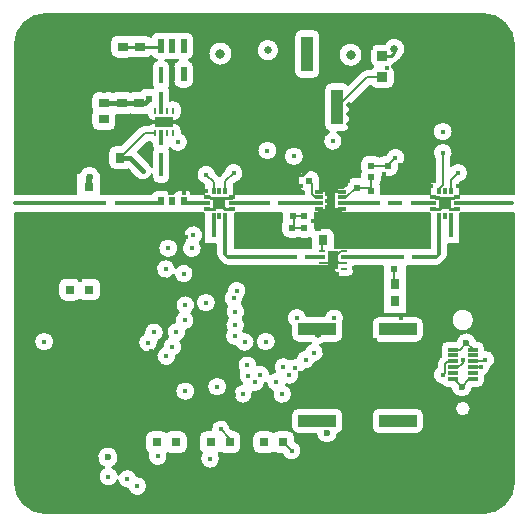
<source format=gtl>
G04 Layer: TopLayer*
G04 EasyEDA Pro v2.2.27.1, 2024-09-01 09:43:49*
G04 Gerber Generator version 0.3*
G04 Scale: 100 percent, Rotated: No, Reflected: No*
G04 Dimensions in millimeters*
G04 Leading zeros omitted, absolute positions, 3 integers and 5 decimals*
%FSLAX35Y35*%
%MOMM*%
%ADD10C,0.2032*%
%ADD11R,1.0X2.99999*%
%ADD12C,5.2*%
%ADD13R,3.19999X1.0*%
%ADD14R,0.8X0.9*%
%ADD15R,0.9X0.8*%
%ADD16R,0.86401X0.80648*%
%ADD17R,0.86401X0.806*%
%ADD18R,0.8075X0.8*%
%ADD19R,0.8X0.8*%
%ADD20R,0.55001X1.2*%
%ADD21R,0.342X1.2*%
%ADD22R,0.6X1.1*%
%ADD23R,0.342X1.1*%
%ADD24R,0.6X0.7*%
%ADD25R,1.0X1.0*%
%ADD26R,0.508X0.3*%
%ADD27R,0.508X0.342*%
%ADD28R,0.342X0.508*%
%ADD29R,0.3X0.508*%
%ADD30R,0.67X0.3*%
%ADD31R,0.67X0.342*%
%ADD32R,0.8X1.6*%
%ADD33R,0.85X0.3*%
%ADD34C,1.1*%
%ADD35R,0.342X0.80648*%
%ADD36R,0.342X0.806*%
%ADD37R,0.3X0.342*%
%ADD38R,0.6X0.342*%
%ADD39R,0.6X0.6*%
%ADD40R,0.3X0.3*%
%ADD41R,0.6X0.6*%
%ADD42R,0.6X0.6*%
%ADD43R,0.342X0.3*%
%ADD44R,0.5X0.5*%
%ADD45R,0.8X0.8*%
%ADD46R,0.4X0.342*%
%ADD47R,0.342X0.342*%
%ADD48R,0.342X0.6*%
%ADD49R,0.6X0.6*%
%ADD50R,0.3X0.3*%
%ADD51R,0.3X0.2*%
%ADD52R,0.25001X0.521*%
%ADD53R,0.342X0.521*%
%ADD54R,1.6X0.9*%
%ADD55R,0.3X0.3*%
%ADD56R,0.8X0.9*%
%ADD57R,0.8X0.4*%
%ADD58R,0.521X0.15*%
%ADD59R,0.521X0.342*%
%ADD60R,0.521X0.25001*%
%ADD61R,0.9X1.6*%
%ADD62C,0.45*%
%ADD63C,0.6*%
%ADD64C,0.8*%
%ADD65C,0.65*%
%ADD66C,0.50002*%
%ADD67C,0.5*%
%ADD68C,0.15*%
%ADD69C,0.254*%
%ADD70C,0.2*%
%ADD71C,0.3424*%
%ADD72C,0.127*%
%ADD73C,0.25*%
%ADD74C,0.342*%
%ADD75C,0.156*%
%ADD76C,0.3*%
%ADD77C,0.4*%
G75*


G04 Copper Start*
G36*
G01X-3567502Y78916D02*
G01X-4085075Y78916D01*
G01X-4085075Y1340840D01*
G02X-3820889Y1605026I264186J0D01*
G01X-120889Y1605026D01*
G02X143297Y1340840I0J-264186D01*
G01X143297Y79009D01*
G01X-310694Y79009D01*
G01X-310694Y168002D01*
G03X-313850Y175470I-10414J0D01*
G03X-257531Y298449I-16697J82032D01*
G03X-391833Y314529I-73016J-40947D01*
G01X-391833Y380686D01*
G03X-460547Y512217I-68714J47817D01*
G03X-529261Y380686I0J-83714D01*
G01X-529261Y185147D01*
G03X-541714Y178416I22686J-56855D01*
G01X-557108Y178416D01*
G03X-567522Y168002I0J-10414D01*
G01X-567522Y134008D01*
G03X-567790Y128292I60947J-5716D01*
G01X-567790Y78716D01*
G01X-570212Y79001D01*
G01X-980795Y79001D01*
G01X-980795Y131600D01*
G03X-987684Y159812I-61214J0D01*
G03X-974677Y197538I-48207J37726D01*
G01X-974677Y229354D01*
G03X-955547Y226289I19130J58148D01*
G01X-895547Y226289D01*
G03X-834333Y287503I0J61214D01*
G01X-834333Y306999D01*
G03X-802848Y447156I-26214J79504D01*
G03X-941260Y408716I-57699J-60654D01*
G01X-955547Y408716D01*
G03X-994871Y394415I0J-61214D01*
G03X-1035891Y410192I-41020J-45437D01*
G01X-1095891Y410192D01*
G03X-1157105Y348978I0J-61214D01*
G01X-1157105Y288978D01*
G03X-1155052Y273258I61214J0D01*
G03X-1157105Y257538I59161J-15720D01*
G01X-1157105Y224588D01*
G01X-1213351Y224588D01*
G03X-1274565Y163374I0J-61214D01*
G01X-1274565Y152614D01*
G01X-1300977Y126201D01*
G01X-1344162Y126201D01*
G03X-1405376Y64987I0J-61214D01*
G01X-1405376Y34987D01*
G03X-1404719Y26044I61214J0D01*
G03X-1405376Y17100I60557J-8944D01*
G01X-1405376Y-17100D01*
G03X-1344162Y-78314I61214J0D01*
G01X-1312429Y-78314D01*
G01X-1310662Y-78334D01*
G01X-1274374Y-78334D01*
G03X-1270665Y-79017I3708J9731D01*
G01X-570585Y-79017D01*
G01X-570585Y-373429D01*
G01X-1372156Y-373429D01*
G01X-1372156Y-293145D01*
G03X-1371755Y-284957I-83313J8187D01*
G03X-1372156Y-276770I-83714J0D01*
G01X-1372156Y-262910D01*
G03X-1377835Y-253635I-10414J0D01*
G03X-1379157Y-250539I-77633J-31323D01*
G03X-1420462Y-208914I-58795J-17037D01*
G03X-1484293Y-206362I-35007J-76043D01*
G01X-1517953Y-206362D01*
G03X-1541842Y-211216I0J-61214D01*
G01X-1541842Y-175955D01*
G03X-1545658Y-154683I-61214J0D01*
G03X-1543534Y-138701I-59091J15982D01*
G01X-1543534Y-79003D01*
G03X-1540209Y-78334I-363J10408D01*
G01X-1511502Y-78334D01*
G01X-1511082Y-78333D01*
G01X-1508900Y-78314D01*
G01X-1477161Y-78314D01*
G03X-1415947Y-17100I0J61214D01*
G01X-1415947Y17100D01*
G03X-1416604Y26044I-61214J0D01*
G03X-1415947Y34987I-60557J8944D01*
G01X-1415947Y64987D01*
G03X-1477161Y126201I-61214J0D01*
G01X-1498188Y126201D01*
G01X-1498188Y162153D01*
G03X-1501215Y182324I-68714J0D01*
G01X-1501215Y217680D01*
G03X-1562429Y278894I-61214J0D01*
G01X-1622429Y278894D01*
G03X-1683643Y217680I0J-61214D01*
G01X-1683643Y157680D01*
G03X-1635616Y97903I61214J0D01*
G01X-1635616Y79009D01*
G01X-2222128Y79009D01*
G01X-2224134Y78814D01*
G01X-2224134Y166740D01*
G01X-2215771Y175103D01*
G03X-2171353Y316697I-14777J82400D01*
G03X-2312948Y272279I-59195J-59195D01*
G01X-2349136Y236090D01*
G03X-2354153Y230492I48588J-48588D01*
G01X-2381145Y257485D01*
G03X-2521780Y302847I-82400J-14777D01*
G03X-2480962Y160826I58236J-60139D01*
G01X-2480962Y78916D01*
G01X-2569144Y78916D01*
G03X-2624555Y114114I-55411J-26016D01*
G01X-2684555Y114114D01*
G03X-2739965Y78916I0J-61214D01*
G01X-2759136Y78916D01*
G03X-2814547Y114114I-55411J-26016D01*
G01X-2874547Y114114D01*
G03X-2929957Y78916I0J-61214D01*
G01X-3350134Y78916D01*
G01X-3350134Y247502D01*
G03X-3360548Y257916I-10414J0D01*
G01X-3364554Y257916D01*
G03X-3450549Y318716I-85994J-30414D01*
G03X-3536543Y257916I0J-91214D01*
G01X-3557088Y257916D01*
G03X-3567502Y247502I0J-10414D01*
G01X-3567502Y78916D01*
G37*
%LPC*%
G36*
G01X-3077994Y748787D02*
G01X-2987994Y748787D01*
G03X-2967986Y752149I0J61214D01*
G03X-2907061Y696884I60924J5949D01*
G01X-2882060Y696884D01*
G03X-2871854Y697741I0J61214D01*
G03X-2861648Y696884I10206J60357D01*
G01X-2827448Y696884D01*
G03X-2817255Y697739I0J61214D01*
G03X-2807061Y696884I10193J60359D01*
G01X-2782060Y696884D01*
G03X-2769555Y698175I0J61214D01*
G03X-2757049Y696884I12506J59923D01*
G01X-2732048Y696884D01*
G03X-2670834Y758098I0J61214D01*
G01X-2670834Y810199D01*
G03X-2732048Y871413I-61214J0D01*
G01X-2757049Y871413D01*
G03X-2766234Y870719I0J-61214D01*
G01X-2766234Y942459D01*
G03X-2777227Y977459I-61214J0D01*
G03X-2766234Y1012459I-50221J35000D01*
G01X-2766234Y1072459D01*
G01X-2766240Y1073340D01*
G01X-2766240Y1153506D01*
G03X-2811349Y1212563I-61214J0D01*
G03X-2797056Y1215656I-5705J60948D01*
G03X-2777059Y1212297I19997J57855D01*
G01X-2722058Y1212297D01*
G03X-2702060Y1215656I0J61214D01*
G03X-2694182Y1213509I19997J57855D01*
G03X-2743277Y1153506I12119J-60002D01*
G01X-2743277Y1033506D01*
G03X-2682063Y972292I61214J0D01*
G01X-2627062Y972292D01*
G03X-2565848Y1033506I0J61214D01*
G01X-2565848Y1085506D01*
G03X-2564833Y1098499I-82700J12993D01*
G03X-2565848Y1111492I-83714J0D01*
G01X-2565848Y1153506D01*
G03X-2614943Y1213509I-61214J0D01*
G03X-2565848Y1273511I-12119J60002D01*
G01X-2565848Y1393511D01*
G03X-2627062Y1454725I-61214J0D01*
G01X-2682063Y1454725D01*
G03X-2702060Y1451366I0J-61214D01*
G03X-2722058Y1454725I-19997J-57855D01*
G01X-2777059Y1454725D01*
G03X-2797056Y1451366I0J-61214D01*
G03X-2817054Y1454725I-19997J-57855D01*
G01X-2872055Y1454725D01*
G03X-2931535Y1407978I0J-61214D01*
G03X-2978121Y1429482I-46586J-39710D01*
G01X-3068121Y1429482D01*
G03X-3097553Y1421942I0J-61214D01*
G03X-3125549Y1428719I-27996J-54437D01*
G01X-3215549Y1428719D01*
G03X-3276763Y1367505I0J-61214D01*
G01X-3276763Y1287505D01*
G03X-3215549Y1226291I61214J0D01*
G01X-3125549Y1226291D01*
G03X-3096117Y1233831I0J61214D01*
G03X-3068121Y1227054I27996J54437D01*
G01X-2978121Y1227054D01*
G03X-2929176Y1251504I0J61214D01*
G03X-2877760Y1212563I57121J22007D01*
G03X-2922868Y1153506I16106J-59057D01*
G01X-2922868Y1033506D01*
G01X-2922862Y1032625D01*
G01X-2922862Y1012459D01*
G03X-2912604Y978538I61214J0D01*
G03X-2916148Y978640I-3544J-61111D01*
G01X-2976148Y978640D01*
G03X-3027192Y951215I0J-61214D01*
G01X-3077994Y951215D01*
G03X-3103994Y945419I0J-61214D01*
G03X-3129994Y951215I-26000J-55418D01*
G01X-3219994Y951215D01*
G03X-3250492Y943076I0J-61214D01*
G03X-3283993Y953058I-33502J-51233D01*
G01X-3373993Y953058D01*
G03X-3435207Y891844I0J-61214D01*
G01X-3435207Y811844D01*
G03X-3427351Y781841I61214J0D01*
G03X-3435207Y751839I53357J-30002D01*
G01X-3435207Y671839D01*
G03X-3373993Y610625I61214J0D01*
G01X-3283993Y610625D01*
G03X-3222779Y671839I0J61214D01*
G01X-3222779Y748850D01*
G03X-3219994Y748787I2786J61151D01*
G01X-3129994Y748787D01*
G03X-3103994Y754583I0J61214D01*
G03X-3077994Y748787I26000J55418D01*
G37*
G36*
G01X-3231991Y493213D02*
G03X-3293205Y431999I0J-61214D01*
G01X-3293205Y341999D01*
G03X-3231991Y280785I61214J0D01*
G01X-3151991Y280785D01*
G03X-3124971Y287071I0J61214D01*
G01X-3072334Y234434D01*
G03X-2922861Y246315I71786J43068D01*
G01X-2922861Y224713D01*
G03X-2861647Y163499I61214J0D01*
G01X-2827447Y163499D01*
G03X-2766233Y224713I0J61214D01*
G01X-2766233Y393289D01*
G01X-2766240Y394381D01*
G01X-2766240Y423089D01*
G03X-2776518Y457039I-61214J0D01*
G03X-2769941Y470029I-50937J33950D01*
G03X-2636313Y467805I67653J49307D01*
G03X-2670834Y596916I-65975J51530D01*
G01X-2670834Y620207D01*
G03X-2732048Y681421I-61214J0D01*
G01X-2757049Y681421D01*
G03X-2769555Y680129I0J-61214D01*
G03X-2782060Y681421I-12506J-59923D01*
G01X-2807061Y681421D01*
G03X-2817255Y680566I0J-61214D01*
G03X-2827448Y681421I-10193J-60359D01*
G01X-2861648Y681421D01*
G03X-2871854Y680564I0J-61214D01*
G03X-2882060Y681421I-10206J-60357D01*
G01X-2907061Y681421D01*
G03X-2948382Y665370I0J-61214D01*
G01X-2984834Y665370D01*
G03X-3035190Y644512I0J-71214D01*
G01X-3186489Y493213D01*
G01X-3231991Y493213D01*
G37*
G36*
G01X-2444249Y1267504D02*
G03X-2241821Y1267504I101214J0D01*
G03X-2444249Y1267504I-101214J0D01*
G37*
G36*
G01X-2034262Y1297503D02*
G03X-1846834Y1297503I93714J0D01*
G03X-2034262Y1297503I-93714J0D01*
G37*
G36*
G01X-2029262Y447874D02*
G03X-1861834Y447874I83714J0D01*
G03X-2029262Y447874I-83714J0D01*
G37*
G36*
G01X-1804262Y398503D02*
G03X-1636834Y398503I83714J0D01*
G03X-1804262Y398503I-83714J0D01*
G37*
G36*
G01X-1657108Y1475581D02*
G03X-1718322Y1414367I0J-61214D01*
G01X-1718322Y1114368D01*
G03X-1657108Y1053154I61214J0D01*
G01X-1557108Y1053154D01*
G03X-1495894Y1114368I0J61214D01*
G01X-1495894Y1414367D01*
G03X-1557108Y1475581I-61214J0D01*
G01X-1657108Y1475581D01*
G37*
G36*
G01X-873822Y1180500D02*
G03X-845283Y1198238I-23725J70003D01*
G01X-818282Y1225238D01*
G03X-808597Y1237186I-52265J52265D01*
G03X-812223Y1380855I-61950J70317D01*
G03X-953015Y1352017I-58325J-73352D01*
G01X-1013748Y1352017D01*
G03X-1074962Y1290803I0J-61214D01*
G01X-1074962Y1210203D01*
G03X-1048068Y1159515I61214J0D01*
G03X-1067980Y1137217I34320J-50688D01*
G01X-1098986Y1137217D01*
G03X-1147574Y1117091I0J-68714D01*
G01X-1258435Y1006231D01*
G03X-1303108Y1025595I-44674J-41850D01*
G01X-1403108Y1025595D01*
G03X-1464322Y964381I0J-61214D01*
G01X-1464322Y664381D01*
G03X-1420478Y605683I61214J0D01*
G03X-1393749Y443850I29930J-78181D01*
G03X-1354730Y603167I3201J83653D01*
G01X-1303108Y603167D01*
G03X-1241894Y664381I0J61214D01*
G01X-1241894Y828419D01*
G01X-1070524Y999789D01*
G01X-1067980Y999789D01*
G03X-1013748Y966965I54232J28390D01*
G01X-927347Y966965D01*
G03X-866133Y1028179I0J61214D01*
G01X-866133Y1108827D01*
G03X-893027Y1159515I-61214J0D01*
G03X-873822Y1180500I-34320J50688D01*
G37*
G36*
G01X-1341761Y1257503D02*
G03X-1139334Y1257503I101214J0D01*
G03X-1341761Y1257503I-101214J0D01*
G37*
G36*
G01X-544261Y607503D02*
G03X-376833Y607503I83714J0D01*
G03X-544261Y607503I-83714J0D01*
G37*
%LPD*%
G36*
G01X-4085075Y-2359160D02*
G01X-4085075Y-79102D01*
G01X-2479531Y-79102D01*
G01X-2479531Y-332498D01*
G03X-2469117Y-342912I10414J0D01*
G01X-2379557Y-342912D01*
G01X-2379557Y-402498D01*
G03X-2378783Y-406438I10414J0D01*
G01X-2378660Y-408395D01*
G01X-2378567Y-429620D01*
G03X-2360639Y-472638I61213J266D01*
G01X-2320639Y-512638D01*
G03X-2277354Y-530567I43285J43285D01*
G01X-2274782Y-530567D01*
G03X-2270594Y-531447I4188J9535D01*
G01X-1380431Y-531447D01*
G03X-1380964Y-539505I60681J-8058D01*
G01X-1380964Y-564506D01*
G03X-1319750Y-625720I61214J0D01*
G01X-1267649Y-625720D01*
G03X-1206435Y-564506I0J61214D01*
G01X-1206435Y-539505D01*
G03X-1206968Y-531447I-61214J0D01*
G01X-967884Y-531447D01*
G01X-967884Y-923840D01*
G03X-957470Y-934254I10414J0D01*
G01X-772130Y-934254D01*
G03X-761716Y-923840I0J10414D01*
G01X-761716Y-531447D01*
G01X-559135Y-531447D01*
G03X-555252Y-530696I0J10414D01*
G01X-514285Y-530517D01*
G03X-471267Y-512589I-266J61213D01*
G01X-431267Y-472589D01*
G03X-413338Y-429304I-43285J43285D01*
G01X-413338Y-410114D01*
G03X-413262Y-406660I-78238J3454D01*
G01X-413262Y-384421D01*
G03X-412567Y-380681I-9719J3741D01*
G01X-412567Y-340890D01*
G03X-408701Y-341012I3865J61092D01*
G01X-374501Y-341012D01*
G03X-367643Y-340627I0J61214D01*
G01X-323401Y-340627D01*
G03X-312987Y-330213I0J10414D01*
G01X-312987Y-128383D01*
G01X-313287Y-125900D01*
G01X-313287Y-79005D01*
G01X-313017Y-79009D01*
G01X143297Y-79009D01*
G01X143297Y-2359160D01*
G02X-120889Y-2623346I-264186J0D01*
G01X-3820889Y-2623346D01*
G02X-4085075Y-2359160I0J264186D01*
G37*
%LPC*%
G36*
G01X-3918767Y-1170001D02*
G03X-3751339Y-1170001I83714J0D01*
G03X-3918767Y-1170001I-83714J0D01*
G37*
G36*
G01X-3574492Y-628620D02*
G01X-3654492Y-628620D01*
G03X-3715706Y-689834I0J-61214D01*
G01X-3715706Y-769834D01*
G03X-3654492Y-831048I61214J0D01*
G01X-3574492Y-831048D01*
G03X-3534148Y-815871I0J61214D01*
G03X-3494599Y-830362I39548J46723D01*
G01X-3414599Y-830362D01*
G03X-3353385Y-769148I0J61214D01*
G01X-3353385Y-689148D01*
G03X-3414599Y-627934I-61214J0D01*
G01X-3494599Y-627934D01*
G03X-3534944Y-643111I0J-61214D01*
G03X-3574492Y-628620I-39548J-46723D01*
G37*
G36*
G01X-3207882Y-2299296D02*
G03X-3260433Y-2234390I-82666J-13203D01*
G03X-3297580Y-2058822I-34620J84389D01*
G03X-3324945Y-2236178I2527J-91179D01*
G03X-3349149Y-2372282I34396J-76321D01*
G03X-3213555Y-2345364I58600J59783D01*
G03X-3127236Y-2415795I82666J13203D01*
G03X-2978842Y-2442729I80689J22300D01*
G03X-3050200Y-2309860I-67705J49235D01*
G03X-3207882Y-2299296I-80689J-22300D01*
G37*
G36*
G01X-2995708Y-1253180D02*
G03X-2872345Y-1167061I40655J73179D01*
G03X-2864398Y-1016821I-32708J77060D01*
G03X-2987761Y-1102941I-40655J-73179D01*
G03X-2995708Y-1253180I32708J-77060D01*
G37*
G36*
G01X-2760602Y-2123365D02*
G01X-2680602Y-2123365D01*
G03X-2619388Y-2062151I0J61214D01*
G01X-2619388Y-2033018D01*
G03X-2616834Y-2012499I-81160J20519D01*
G03X-2619388Y-1991980I-83714J0D01*
G01X-2619388Y-1982151D01*
G03X-2680602Y-1920937I-61214J0D01*
G01X-2760602Y-1920937D01*
G03X-2800947Y-1936113I0J-61214D01*
G03X-2840495Y-1921623I-39548J-46723D01*
G01X-2920495Y-1921623D01*
G03X-2981709Y-1982837I0J-61214D01*
G01X-2981709Y-2062837D01*
G03X-2953158Y-2114608I61214J0D01*
G03X-2872793Y-2224205I79611J-25887D01*
G03X-2794415Y-2113179I-754J83711D01*
G03X-2760602Y-2123365I33813J51028D01*
G37*
G36*
G01X-2886517Y-533639D02*
G03X-2736741Y-602595I80964J-21282D01*
G03X-2572415Y-616202I83362J7675D01*
G03X-2722191Y-547245I-80964J21282D01*
G03X-2886517Y-533639I-83362J-7675D01*
G37*
G36*
G01X-2844918Y-1364563D02*
G03X-2716902Y-1290228I44368J70989D01*
G03X-2681262Y-1166592I-33647J76654D01*
G03X-2633112Y-1072859I-33790J76592D01*
G03X-2589436Y-927432I-11940J82858D01*
G03X-2637620Y-777468I-51110J66301D01*
G03X-2696162Y-923700I-2926J-83663D01*
G03X-2726993Y-1007142I51110J-66301D01*
G03X-2784340Y-1136982I11940J-82858D01*
G03X-2834197Y-1216920I33790J-76592D01*
G03X-2844918Y-1364563I33647J-76654D01*
G37*
G36*
G01X-2868766Y-380000D02*
G03X-2701338Y-380000I83714J0D01*
G03X-2868766Y-380000I-83714J0D01*
G37*
G36*
G01X-2724180Y-1589763D02*
G03X-2556752Y-1589763I83714J0D01*
G03X-2724180Y-1589763I-83714J0D01*
G37*
G36*
G01X-2594129Y-463221D02*
G03X-2517117Y-331084I9076J83221D01*
G03X-2563834Y-185452I-55794J62411D01*
G03X-2640846Y-317590I-9076J-83221D01*
G03X-2594129Y-463221I55794J-62411D01*
G37*
G36*
G01X-2548766Y-840000D02*
G03X-2381338Y-840000I83714J0D01*
G03X-2548766Y-840000I-83714J0D01*
G37*
G36*
G01X-2465495Y-1921623D02*
G03X-2526709Y-1982837I0J-61214D01*
G01X-2526709Y-2062837D01*
G03X-2498884Y-2114143I61214J0D01*
G03X-2433013Y-2246177I68336J-48356D01*
G03X-2359484Y-2118250I2465J83678D01*
G03X-2345150Y-2108874I-26011J55413D01*
G03X-2305602Y-2123365I39548J46723D01*
G01X-2225602Y-2123365D01*
G03X-2164388Y-2062151I0J61214D01*
G01X-2164388Y-1982151D01*
G03X-2225602Y-1920937I-61214J0D01*
G01X-2234934Y-1920937D01*
G01X-2258148Y-1897722D01*
G03X-2352505Y-1829643I-82400J-14777D01*
G03X-2423763Y-1921623I11957J-82856D01*
G01X-2465495Y-1921623D01*
G37*
G36*
G01X-2454262Y-1552499D02*
G03X-2286834Y-1552499I83714J0D01*
G03X-2454262Y-1552499I-83714J0D01*
G37*
G36*
G01X-2285355Y-866854D02*
G03X-2278440Y-972710I68086J-48706D01*
G03X-2288301Y-1074160I61171J-57150D01*
G03X-2294002Y-1165040I67262J-49838D01*
G03X-2213375Y-1207360I72963J41042D01*
G03X-2064728Y-1215179I76336J34363D01*
G03X-2144702Y-1089635I-72310J42181D01*
G03X-2150007Y-1079698I-76336J-34363D01*
G03X-2156098Y-972710I-67262J49838D01*
G03X-2162463Y-852280I-61171J57150D01*
G03X-2146903Y-800222I-68086J48706D01*
G03X-2173890Y-662302I-58150J60222D01*
G03X-2288699Y-743352I-31162J-77698D01*
G03X-2285355Y-866854I58150J-60222D01*
G37*
G36*
G01X-2201138Y-1679197D02*
G03X-2068862Y-1594185I50590J66698D01*
G03X-1967765Y-1524952I18314J81686D01*
G03X-1954168Y-1516475I-37287J74952D01*
G03X-1901013Y-1590473I83620J3976D01*
G03X-1783431Y-1688610I80463J-23101D01*
G03X-1790084Y-1535600I-37118J75035D01*
G03X-1788960Y-1531244I-80463J23101D01*
G03X-1678663Y-1469903I28412J78745D01*
G03X-1627911Y-1405888I-31885J77404D01*
G03X-1540071Y-1345554I7364J83390D01*
G03X-1469900Y-1284949I-10476J83056D01*
G03X-1498661Y-1196803I-80647J22451D01*
G03X-1459294Y-1178674I-18454J91879D01*
G01X-1362114Y-1178674D01*
G03X-1300900Y-1117460I0J61214D01*
G01X-1300900Y-1017460D01*
G03X-1302615Y-1003070I-61214J0D01*
G03X-1357043Y-892152I-77932J30572D01*
G03X-1462669Y-956246I-23505J-80346D01*
G01X-1613817Y-956246D01*
G03X-1741387Y-898194I-82752J-12654D01*
G03X-1743327Y-1038339I44818J-70706D01*
G01X-1743327Y-1117460D01*
G03X-1682113Y-1178674I61214J0D01*
G01X-1574936Y-1178674D01*
G03X-1571287Y-1181394I57821J73750D01*
G03X-1631024Y-1239443I20740J-81104D01*
G03X-1703184Y-1309109I10476J-83056D01*
G03X-1754594Y-1321308I-7364J-83390D01*
G03X-1865049Y-1320030I-55956J-62266D01*
G03X-1880612Y-1429392I54500J-63544D01*
G03X-1902137Y-1434973I10064J-83107D01*
G03X-1921433Y-1446025I31589J-77526D01*
G03X-2031340Y-1370521I-83620J-3976D01*
G03X-2142178Y-1290803I-83712J520D01*
G03X-2180867Y-1421735I27126J-79198D01*
G03X-2188035Y-1480190I74198J-38765D01*
G03X-2154934Y-1528900I81366J19690D01*
G03X-2201138Y-1679197I4386J-83599D01*
G37*
G36*
G01X-1930494Y-1921623D02*
G01X-2010494Y-1921623D01*
G03X-2071708Y-1982837I0J-61214D01*
G01X-2071708Y-2062837D01*
G03X-2010494Y-2124051I61214J0D01*
G01X-1930494Y-2124051D01*
G03X-1890150Y-2108874I0J61214D01*
G03X-1850601Y-2123365I39548J46723D01*
G01X-1818364Y-2123365D01*
G03X-1681465Y-2151805I77816J30866D01*
G03X-1709387Y-2014800I-59083J59307D01*
G01X-1709387Y-1982151D01*
G03X-1770601Y-1920937I-61214J0D01*
G01X-1850601Y-1920937D01*
G03X-1890946Y-1936113I0J-61214D01*
G03X-1930494Y-1921623I-39548J-46723D01*
G37*
G36*
G01X-2041903Y-1169560D02*
G03X-1874475Y-1169560I83714J0D01*
G03X-2041903Y-1169560I-83714J0D01*
G37*
G36*
G01X-1300900Y-1892160D02*
G01X-1300900Y-1792160D01*
G03X-1362114Y-1730946I-61214J0D01*
G01X-1682113Y-1730946D01*
G03X-1743327Y-1792160I0J-61214D01*
G01X-1743327Y-1892160D01*
G03X-1682113Y-1953374I61214J0D01*
G01X-1531111Y-1953374D01*
G03X-1349844Y-1952132I90563J10876D01*
G03X-1300900Y-1892160I-12270J59972D01*
G37*
G36*
G01X-1063318Y-1117460D02*
G03X-1002104Y-1178674I61214J0D01*
G01X-682105Y-1178674D01*
G03X-620891Y-1117460I0J61214D01*
G01X-620891Y-1017460D01*
G03X-682105Y-956246I-61214J0D01*
G01X-1002104Y-956246D01*
G03X-1063318Y-1017460I0J-61214D01*
G01X-1063318Y-1117460D01*
G37*
G36*
G01X-1063318Y-1892160D02*
G03X-1002104Y-1953374I61214J0D01*
G01X-682105Y-1953374D01*
G03X-620891Y-1892160I0J61214D01*
G01X-620891Y-1792160D01*
G03X-682105Y-1730946I-61214J0D01*
G01X-1002104Y-1730946D01*
G03X-1063318Y-1792160I0J-61214D01*
G01X-1063318Y-1892160D01*
G37*
G36*
G01X-210025Y-1563712D02*
G01X-164547Y-1563712D01*
G03X-103333Y-1502498I0J61214D01*
G01X-103333Y-1472498D01*
G03X-104156Y-1462498I-61214J0D01*
G03X-103546Y-1457591I-60392J10000D01*
G03X-57684Y-1394407I-37001J75093D01*
G03X-20219Y-1298929I-42863J71908D01*
G03X-103333Y-1238831I-80328J-23570D01*
G01X-103333Y-1222499D01*
G03X-164547Y-1161285I-61214J0D01*
G01X-171834Y-1161285D01*
G03X-260547Y-1091284I-88713J-21214D01*
G03X-349260Y-1161285I0J-91214D01*
G01X-416547Y-1161285D01*
G03X-477761Y-1222499I0J-61214D01*
G01X-477761Y-1252499D01*
G03X-476938Y-1262499I61214J0D01*
G03X-477761Y-1272499I60392J-10000D01*
G01X-477761Y-1297362D01*
G01X-492103Y-1311704D01*
G03X-512961Y-1362060I50356J-50356D01*
G01X-512961Y-1387223D01*
G03X-540655Y-1476806I52414J-65275D01*
G03X-467849Y-1535894I80107J24308D01*
G03X-416547Y-1563712I51302J33395D01*
G01X-391069Y-1563712D01*
G03X-210025Y-1563712I90522J11214D01*
G37*
G36*
G01X-196233Y-987499D02*
G03X-384861Y-987499I-94314J0D01*
G03X-196233Y-987499I94314J0D01*
G37*
G36*
G01X-224733Y-1737498D02*
G03X-356361Y-1737498I-65814J0D01*
G03X-224733Y-1737498I65814J0D01*
G37*
%LPD*%
G36*
G01X-2955336Y522942D02*
G01X-2948382Y522942D01*
G03X-2922868Y508968I41321J45164D01*
G01X-2922868Y490989D01*
G03X-2912591Y457039I61214J0D01*
G03X-2922868Y423089I50937J-33950D01*
G01X-2922868Y388889D01*
G01X-2922861Y387923D01*
G01X-2922861Y308690D01*
G03X-2957480Y349288I-77688J-31188D01*
G01X-3043235Y435043D01*
G01X-2955336Y522942D01*
G37*
G36*
G01X-2366813Y16291D02*
G01X-2365535Y16278D01*
G01X-2335535Y16278D01*
G01X-2334258Y16291D01*
G01X-2334258Y-16291D01*
G01X-2335535Y-16278D01*
G01X-2365535Y-16278D01*
G01X-2366813Y-16291D01*
G01X-2366813Y16291D01*
G37*
G36*
G01X-2221539Y-79009D02*
G01X-1822080Y-79009D01*
G01X-1822091Y-80177D01*
G01X-1822091Y-140177D01*
G03X-1821306Y-149953I61214J0D01*
G03X-1827103Y-175955I55417J-26003D01*
G01X-1827103Y-235955D01*
G03X-1765889Y-297169I61214J0D01*
G01X-1705889Y-297169D01*
G03X-1684473Y-293300I0J61214D01*
G03X-1663056Y-297169I21416J57345D01*
G01X-1603056Y-297169D01*
G03X-1579354Y-292394I0J61214D01*
G01X-1579354Y-373429D01*
G01X-2221539Y-373429D01*
G01X-2221539Y-79009D01*
G37*
G36*
G01X-457866Y16291D02*
G01X-456588Y16278D01*
G01X-426588Y16278D01*
G01X-425311Y16291D01*
G01X-425311Y-16291D01*
G01X-426588Y-16278D01*
G01X-456588Y-16278D01*
G01X-457866Y-16291D01*
G01X-457866Y16291D01*
G37*
G54D10*
G01X-3567502Y78916D02*
G01X-4085075Y78916D01*
G01X-4085075Y1340840D01*
G02X-3820889Y1605026I264186J0D01*
G01X-120889Y1605026D01*
G02X143297Y1340840I0J-264186D01*
G01X143297Y79009D01*
G01X-310694Y79009D01*
G01X-310694Y168002D01*
G03X-313850Y175470I-10414J0D01*
G03X-257531Y298449I-16697J82032D01*
G03X-391833Y314529I-73016J-40947D01*
G01X-391833Y380686D01*
G03X-460547Y512217I-68714J47817D01*
G03X-529261Y380686I0J-83714D01*
G01X-529261Y185147D01*
G03X-541714Y178416I22686J-56855D01*
G01X-557108Y178416D01*
G03X-567522Y168002I0J-10414D01*
G01X-567522Y134008D01*
G03X-567790Y128292I60947J-5716D01*
G01X-567790Y78716D01*
G01X-570212Y79001D01*
G01X-980795Y79001D01*
G01X-980795Y131600D01*
G03X-987684Y159812I-61214J0D01*
G03X-974677Y197538I-48207J37726D01*
G01X-974677Y229354D01*
G03X-955547Y226289I19130J58148D01*
G01X-895547Y226289D01*
G03X-834333Y287503I0J61214D01*
G01X-834333Y306999D01*
G03X-802848Y447156I-26214J79504D01*
G03X-941260Y408716I-57699J-60654D01*
G01X-955547Y408716D01*
G03X-994871Y394415I0J-61214D01*
G03X-1035891Y410192I-41020J-45437D01*
G01X-1095891Y410192D01*
G03X-1157105Y348978I0J-61214D01*
G01X-1157105Y288978D01*
G03X-1155052Y273258I61214J0D01*
G03X-1157105Y257538I59161J-15720D01*
G01X-1157105Y224588D01*
G01X-1213351Y224588D01*
G03X-1274565Y163374I0J-61214D01*
G01X-1274565Y152614D01*
G01X-1300977Y126201D01*
G01X-1344162Y126201D01*
G03X-1405376Y64987I0J-61214D01*
G01X-1405376Y34987D01*
G03X-1404719Y26044I61214J0D01*
G03X-1405376Y17100I60557J-8944D01*
G01X-1405376Y-17100D01*
G03X-1344162Y-78314I61214J0D01*
G01X-1312429Y-78314D01*
G01X-1310662Y-78334D01*
G01X-1274374Y-78334D01*
G03X-1270665Y-79017I3708J9731D01*
G01X-570585Y-79017D01*
G01X-570585Y-373429D01*
G01X-1372156Y-373429D01*
G01X-1372156Y-293145D01*
G03X-1371755Y-284957I-83313J8187D01*
G03X-1372156Y-276770I-83714J0D01*
G01X-1372156Y-262910D01*
G03X-1377835Y-253635I-10414J0D01*
G03X-1379157Y-250539I-77633J-31323D01*
G03X-1420462Y-208914I-58795J-17037D01*
G03X-1484293Y-206362I-35007J-76043D01*
G01X-1517953Y-206362D01*
G03X-1541842Y-211216I0J-61214D01*
G01X-1541842Y-175955D01*
G03X-1545658Y-154683I-61214J0D01*
G03X-1543534Y-138701I-59091J15982D01*
G01X-1543534Y-79003D01*
G03X-1540209Y-78334I-363J10408D01*
G01X-1511502Y-78334D01*
G01X-1511082Y-78333D01*
G01X-1508900Y-78314D01*
G01X-1477161Y-78314D01*
G03X-1415947Y-17100I0J61214D01*
G01X-1415947Y17100D01*
G03X-1416604Y26044I-61214J0D01*
G03X-1415947Y34987I-60557J8944D01*
G01X-1415947Y64987D01*
G03X-1477161Y126201I-61214J0D01*
G01X-1498188Y126201D01*
G01X-1498188Y162153D01*
G03X-1501215Y182324I-68714J0D01*
G01X-1501215Y217680D01*
G03X-1562429Y278894I-61214J0D01*
G01X-1622429Y278894D01*
G03X-1683643Y217680I0J-61214D01*
G01X-1683643Y157680D01*
G03X-1635616Y97903I61214J0D01*
G01X-1635616Y79009D01*
G01X-2222128Y79009D01*
G01X-2224134Y78814D01*
G01X-2224134Y166740D01*
G01X-2215771Y175103D01*
G03X-2171353Y316697I-14777J82400D01*
G03X-2312948Y272279I-59195J-59195D01*
G01X-2349136Y236090D01*
G03X-2354153Y230492I48588J-48588D01*
G01X-2381145Y257485D01*
G03X-2521780Y302847I-82400J-14777D01*
G03X-2480962Y160826I58236J-60139D01*
G01X-2480962Y78916D01*
G01X-2569144Y78916D01*
G03X-2624555Y114114I-55411J-26016D01*
G01X-2684555Y114114D01*
G03X-2739965Y78916I0J-61214D01*
G01X-2759136Y78916D01*
G03X-2814547Y114114I-55411J-26016D01*
G01X-2874547Y114114D01*
G03X-2929957Y78916I0J-61214D01*
G01X-3350134Y78916D01*
G01X-3350134Y247502D01*
G03X-3360548Y257916I-10414J0D01*
G01X-3364554Y257916D01*
G03X-3450549Y318716I-85994J-30414D01*
G03X-3536543Y257916I0J-91214D01*
G01X-3557088Y257916D01*
G03X-3567502Y247502I0J-10414D01*
G01X-3567502Y78916D01*
G01X-3077994Y748787D02*
G01X-2987994Y748787D01*
G03X-2967986Y752149I0J61214D01*
G03X-2907061Y696884I60924J5949D01*
G01X-2882060Y696884D01*
G03X-2871854Y697741I0J61214D01*
G03X-2861648Y696884I10206J60357D01*
G01X-2827448Y696884D01*
G03X-2817255Y697739I0J61214D01*
G03X-2807061Y696884I10193J60359D01*
G01X-2782060Y696884D01*
G03X-2769555Y698175I0J61214D01*
G03X-2757049Y696884I12506J59923D01*
G01X-2732048Y696884D01*
G03X-2670834Y758098I0J61214D01*
G01X-2670834Y810199D01*
G03X-2732048Y871413I-61214J0D01*
G01X-2757049Y871413D01*
G03X-2766234Y870719I0J-61214D01*
G01X-2766234Y942459D01*
G03X-2777227Y977459I-61214J0D01*
G03X-2766234Y1012459I-50221J35000D01*
G01X-2766234Y1072459D01*
G01X-2766240Y1073340D01*
G01X-2766240Y1153506D01*
G03X-2811349Y1212563I-61214J0D01*
G03X-2797056Y1215656I-5705J60948D01*
G03X-2777059Y1212297I19997J57855D01*
G01X-2722058Y1212297D01*
G03X-2702060Y1215656I0J61214D01*
G03X-2694182Y1213509I19997J57855D01*
G03X-2743277Y1153506I12119J-60002D01*
G01X-2743277Y1033506D01*
G03X-2682063Y972292I61214J0D01*
G01X-2627062Y972292D01*
G03X-2565848Y1033506I0J61214D01*
G01X-2565848Y1085506D01*
G03X-2564833Y1098499I-82700J12993D01*
G03X-2565848Y1111492I-83714J0D01*
G01X-2565848Y1153506D01*
G03X-2614943Y1213509I-61214J0D01*
G03X-2565848Y1273511I-12119J60002D01*
G01X-2565848Y1393511D01*
G03X-2627062Y1454725I-61214J0D01*
G01X-2682063Y1454725D01*
G03X-2702060Y1451366I0J-61214D01*
G03X-2722058Y1454725I-19997J-57855D01*
G01X-2777059Y1454725D01*
G03X-2797056Y1451366I0J-61214D01*
G03X-2817054Y1454725I-19997J-57855D01*
G01X-2872055Y1454725D01*
G03X-2931535Y1407978I0J-61214D01*
G03X-2978121Y1429482I-46586J-39710D01*
G01X-3068121Y1429482D01*
G03X-3097553Y1421942I0J-61214D01*
G03X-3125549Y1428719I-27996J-54437D01*
G01X-3215549Y1428719D01*
G03X-3276763Y1367505I0J-61214D01*
G01X-3276763Y1287505D01*
G03X-3215549Y1226291I61214J0D01*
G01X-3125549Y1226291D01*
G03X-3096117Y1233831I0J61214D01*
G03X-3068121Y1227054I27996J54437D01*
G01X-2978121Y1227054D01*
G03X-2929176Y1251504I0J61214D01*
G03X-2877760Y1212563I57121J22007D01*
G03X-2922868Y1153506I16106J-59057D01*
G01X-2922868Y1033506D01*
G01X-2922862Y1032625D01*
G01X-2922862Y1012459D01*
G03X-2912604Y978538I61214J0D01*
G03X-2916148Y978640I-3544J-61111D01*
G01X-2976148Y978640D01*
G03X-3027192Y951215I0J-61214D01*
G01X-3077994Y951215D01*
G03X-3103994Y945419I0J-61214D01*
G03X-3129994Y951215I-26000J-55418D01*
G01X-3219994Y951215D01*
G03X-3250492Y943076I0J-61214D01*
G03X-3283993Y953058I-33502J-51233D01*
G01X-3373993Y953058D01*
G03X-3435207Y891844I0J-61214D01*
G01X-3435207Y811844D01*
G03X-3427351Y781841I61214J0D01*
G03X-3435207Y751839I53357J-30002D01*
G01X-3435207Y671839D01*
G03X-3373993Y610625I61214J0D01*
G01X-3283993Y610625D01*
G03X-3222779Y671839I0J61214D01*
G01X-3222779Y748850D01*
G03X-3219994Y748787I2786J61151D01*
G01X-3129994Y748787D01*
G03X-3103994Y754583I0J61214D01*
G03X-3077994Y748787I26000J55418D01*
G01X-3231991Y493213D02*
G03X-3293205Y431999I0J-61214D01*
G01X-3293205Y341999D01*
G03X-3231991Y280785I61214J0D01*
G01X-3151991Y280785D01*
G03X-3124971Y287071I0J61214D01*
G01X-3072334Y234434D01*
G03X-2922861Y246315I71786J43068D01*
G01X-2922861Y224713D01*
G03X-2861647Y163499I61214J0D01*
G01X-2827447Y163499D01*
G03X-2766233Y224713I0J61214D01*
G01X-2766233Y393289D01*
G01X-2766240Y394381D01*
G01X-2766240Y423089D01*
G03X-2776518Y457039I-61214J0D01*
G03X-2769941Y470029I-50937J33950D01*
G03X-2636313Y467805I67653J49307D01*
G03X-2670834Y596916I-65975J51530D01*
G01X-2670834Y620207D01*
G03X-2732048Y681421I-61214J0D01*
G01X-2757049Y681421D01*
G03X-2769555Y680129I0J-61214D01*
G03X-2782060Y681421I-12506J-59923D01*
G01X-2807061Y681421D01*
G03X-2817255Y680566I0J-61214D01*
G03X-2827448Y681421I-10193J-60359D01*
G01X-2861648Y681421D01*
G03X-2871854Y680564I0J-61214D01*
G03X-2882060Y681421I-10206J-60357D01*
G01X-2907061Y681421D01*
G03X-2948382Y665370I0J-61214D01*
G01X-2984834Y665370D01*
G03X-3035190Y644512I0J-71214D01*
G01X-3186489Y493213D01*
G01X-3231991Y493213D01*
G01X-2444249Y1267504D02*
G03X-2241821Y1267504I101214J0D01*
G03X-2444249Y1267504I-101214J0D01*
G01X-2034262Y1297503D02*
G03X-1846834Y1297503I93714J0D01*
G03X-2034262Y1297503I-93714J0D01*
G01X-2029262Y447874D02*
G03X-1861834Y447874I83714J0D01*
G03X-2029262Y447874I-83714J0D01*
G01X-1804262Y398503D02*
G03X-1636834Y398503I83714J0D01*
G03X-1804262Y398503I-83714J0D01*
G01X-1657108Y1475581D02*
G03X-1718322Y1414367I0J-61214D01*
G01X-1718322Y1114368D01*
G03X-1657108Y1053154I61214J0D01*
G01X-1557108Y1053154D01*
G03X-1495894Y1114368I0J61214D01*
G01X-1495894Y1414367D01*
G03X-1557108Y1475581I-61214J0D01*
G01X-1657108Y1475581D01*
G01X-873822Y1180500D02*
G03X-845283Y1198238I-23725J70003D01*
G01X-818282Y1225238D01*
G03X-808597Y1237186I-52265J52265D01*
G03X-812223Y1380855I-61950J70317D01*
G03X-953015Y1352017I-58325J-73352D01*
G01X-1013748Y1352017D01*
G03X-1074962Y1290803I0J-61214D01*
G01X-1074962Y1210203D01*
G03X-1048068Y1159515I61214J0D01*
G03X-1067980Y1137217I34320J-50688D01*
G01X-1098986Y1137217D01*
G03X-1147574Y1117091I0J-68714D01*
G01X-1258435Y1006231D01*
G03X-1303108Y1025595I-44674J-41850D01*
G01X-1403108Y1025595D01*
G03X-1464322Y964381I0J-61214D01*
G01X-1464322Y664381D01*
G03X-1420478Y605683I61214J0D01*
G03X-1393749Y443850I29930J-78181D01*
G03X-1354730Y603167I3201J83653D01*
G01X-1303108Y603167D01*
G03X-1241894Y664381I0J61214D01*
G01X-1241894Y828419D01*
G01X-1070524Y999789D01*
G01X-1067980Y999789D01*
G03X-1013748Y966965I54232J28390D01*
G01X-927347Y966965D01*
G03X-866133Y1028179I0J61214D01*
G01X-866133Y1108827D01*
G03X-893027Y1159515I-61214J0D01*
G03X-873822Y1180500I-34320J50688D01*
G01X-1341761Y1257503D02*
G03X-1139334Y1257503I101214J0D01*
G03X-1341761Y1257503I-101214J0D01*
G01X-544261Y607503D02*
G03X-376833Y607503I83714J0D01*
G03X-544261Y607503I-83714J0D01*
G01X-4085075Y-2359160D02*
G01X-4085075Y-79102D01*
G01X-2479531Y-79102D01*
G01X-2479531Y-332498D01*
G03X-2469117Y-342912I10414J0D01*
G01X-2379557Y-342912D01*
G01X-2379557Y-402498D01*
G03X-2378783Y-406438I10414J0D01*
G01X-2378660Y-408395D01*
G01X-2378567Y-429620D01*
G03X-2360639Y-472638I61213J266D01*
G01X-2320639Y-512638D01*
G03X-2277354Y-530567I43285J43285D01*
G01X-2274782Y-530567D01*
G03X-2270594Y-531447I4188J9535D01*
G01X-1380431Y-531447D01*
G03X-1380964Y-539505I60681J-8058D01*
G01X-1380964Y-564506D01*
G03X-1319750Y-625720I61214J0D01*
G01X-1267649Y-625720D01*
G03X-1206435Y-564506I0J61214D01*
G01X-1206435Y-539505D01*
G03X-1206968Y-531447I-61214J0D01*
G01X-967884Y-531447D01*
G01X-967884Y-923840D01*
G03X-957470Y-934254I10414J0D01*
G01X-772130Y-934254D01*
G03X-761716Y-923840I0J10414D01*
G01X-761716Y-531447D01*
G01X-559135Y-531447D01*
G03X-555252Y-530696I0J10414D01*
G01X-514285Y-530517D01*
G03X-471267Y-512589I-266J61213D01*
G01X-431267Y-472589D01*
G03X-413338Y-429304I-43285J43285D01*
G01X-413338Y-410114D01*
G03X-413262Y-406660I-78238J3454D01*
G01X-413262Y-384421D01*
G03X-412567Y-380681I-9719J3741D01*
G01X-412567Y-340890D01*
G03X-408701Y-341012I3865J61092D01*
G01X-374501Y-341012D01*
G03X-367643Y-340627I0J61214D01*
G01X-323401Y-340627D01*
G03X-312987Y-330213I0J10414D01*
G01X-312987Y-128383D01*
G01X-313287Y-125900D01*
G01X-313287Y-79005D01*
G01X-313017Y-79009D01*
G01X143297Y-79009D01*
G01X143297Y-2359160D01*
G02X-120889Y-2623346I-264186J0D01*
G01X-3820889Y-2623346D01*
G02X-4085075Y-2359160I0J264186D01*
G01X-3918767Y-1170001D02*
G03X-3751339Y-1170001I83714J0D01*
G03X-3918767Y-1170001I-83714J0D01*
G01X-3574492Y-628620D02*
G01X-3654492Y-628620D01*
G03X-3715706Y-689834I0J-61214D01*
G01X-3715706Y-769834D01*
G03X-3654492Y-831048I61214J0D01*
G01X-3574492Y-831048D01*
G03X-3534148Y-815871I0J61214D01*
G03X-3494599Y-830362I39548J46723D01*
G01X-3414599Y-830362D01*
G03X-3353385Y-769148I0J61214D01*
G01X-3353385Y-689148D01*
G03X-3414599Y-627934I-61214J0D01*
G01X-3494599Y-627934D01*
G03X-3534944Y-643111I0J-61214D01*
G03X-3574492Y-628620I-39548J-46723D01*
G01X-3207882Y-2299296D02*
G03X-3260433Y-2234390I-82666J-13203D01*
G03X-3297580Y-2058822I-34620J84389D01*
G03X-3324945Y-2236178I2527J-91179D01*
G03X-3349149Y-2372282I34396J-76321D01*
G03X-3213555Y-2345364I58600J59783D01*
G03X-3127236Y-2415795I82666J13203D01*
G03X-2978842Y-2442729I80689J22300D01*
G03X-3050200Y-2309860I-67705J49235D01*
G03X-3207882Y-2299296I-80689J-22300D01*
G01X-2995708Y-1253180D02*
G03X-2872345Y-1167061I40655J73179D01*
G03X-2864398Y-1016821I-32708J77060D01*
G03X-2987761Y-1102941I-40655J-73179D01*
G03X-2995708Y-1253180I32708J-77060D01*
G01X-2760602Y-2123365D02*
G01X-2680602Y-2123365D01*
G03X-2619388Y-2062151I0J61214D01*
G01X-2619388Y-2033018D01*
G03X-2616834Y-2012499I-81160J20519D01*
G03X-2619388Y-1991980I-83714J0D01*
G01X-2619388Y-1982151D01*
G03X-2680602Y-1920937I-61214J0D01*
G01X-2760602Y-1920937D01*
G03X-2800947Y-1936113I0J-61214D01*
G03X-2840495Y-1921623I-39548J-46723D01*
G01X-2920495Y-1921623D01*
G03X-2981709Y-1982837I0J-61214D01*
G01X-2981709Y-2062837D01*
G03X-2953158Y-2114608I61214J0D01*
G03X-2872793Y-2224205I79611J-25887D01*
G03X-2794415Y-2113179I-754J83711D01*
G03X-2760602Y-2123365I33813J51028D01*
G01X-2886517Y-533639D02*
G03X-2736741Y-602595I80964J-21282D01*
G03X-2572415Y-616202I83362J7675D01*
G03X-2722191Y-547245I-80964J21282D01*
G03X-2886517Y-533639I-83362J-7675D01*
G01X-2844918Y-1364563D02*
G03X-2716902Y-1290228I44368J70989D01*
G03X-2681262Y-1166592I-33647J76654D01*
G03X-2633112Y-1072859I-33790J76592D01*
G03X-2589436Y-927432I-11940J82858D01*
G03X-2637620Y-777468I-51110J66301D01*
G03X-2696162Y-923700I-2926J-83663D01*
G03X-2726993Y-1007142I51110J-66301D01*
G03X-2784340Y-1136982I11940J-82858D01*
G03X-2834197Y-1216920I33790J-76592D01*
G03X-2844918Y-1364563I33647J-76654D01*
G01X-2868766Y-380000D02*
G03X-2701338Y-380000I83714J0D01*
G03X-2868766Y-380000I-83714J0D01*
G01X-2724180Y-1589763D02*
G03X-2556752Y-1589763I83714J0D01*
G03X-2724180Y-1589763I-83714J0D01*
G01X-2594129Y-463221D02*
G03X-2517117Y-331084I9076J83221D01*
G03X-2563834Y-185452I-55794J62411D01*
G03X-2640846Y-317590I-9076J-83221D01*
G03X-2594129Y-463221I55794J-62411D01*
G01X-2548766Y-840000D02*
G03X-2381338Y-840000I83714J0D01*
G03X-2548766Y-840000I-83714J0D01*
G01X-2465495Y-1921623D02*
G03X-2526709Y-1982837I0J-61214D01*
G01X-2526709Y-2062837D01*
G03X-2498884Y-2114143I61214J0D01*
G03X-2433013Y-2246177I68336J-48356D01*
G03X-2359484Y-2118250I2465J83678D01*
G03X-2345150Y-2108874I-26011J55413D01*
G03X-2305602Y-2123365I39548J46723D01*
G01X-2225602Y-2123365D01*
G03X-2164388Y-2062151I0J61214D01*
G01X-2164388Y-1982151D01*
G03X-2225602Y-1920937I-61214J0D01*
G01X-2234934Y-1920937D01*
G01X-2258148Y-1897722D01*
G03X-2352505Y-1829643I-82400J-14777D01*
G03X-2423763Y-1921623I11957J-82856D01*
G01X-2465495Y-1921623D01*
G01X-2454262Y-1552499D02*
G03X-2286834Y-1552499I83714J0D01*
G03X-2454262Y-1552499I-83714J0D01*
G01X-2285355Y-866854D02*
G03X-2278440Y-972710I68086J-48706D01*
G03X-2288301Y-1074160I61171J-57150D01*
G03X-2294002Y-1165040I67262J-49838D01*
G03X-2213375Y-1207360I72963J41042D01*
G03X-2064728Y-1215179I76336J34363D01*
G03X-2144702Y-1089635I-72310J42181D01*
G03X-2150007Y-1079698I-76336J-34363D01*
G03X-2156098Y-972710I-67262J49838D01*
G03X-2162463Y-852280I-61171J57150D01*
G03X-2146903Y-800222I-68086J48706D01*
G03X-2173890Y-662302I-58150J60222D01*
G03X-2288699Y-743352I-31162J-77698D01*
G03X-2285355Y-866854I58150J-60222D01*
G01X-2201138Y-1679197D02*
G03X-2068862Y-1594185I50590J66698D01*
G03X-1967765Y-1524952I18314J81686D01*
G03X-1954168Y-1516475I-37287J74952D01*
G03X-1901013Y-1590473I83620J3976D01*
G03X-1783431Y-1688610I80463J-23101D01*
G03X-1790084Y-1535600I-37118J75035D01*
G03X-1788960Y-1531244I-80463J23101D01*
G03X-1678663Y-1469903I28412J78745D01*
G03X-1627911Y-1405888I-31885J77404D01*
G03X-1540071Y-1345554I7364J83390D01*
G03X-1469900Y-1284949I-10476J83056D01*
G03X-1498661Y-1196803I-80647J22451D01*
G03X-1459294Y-1178674I-18454J91879D01*
G01X-1362114Y-1178674D01*
G03X-1300900Y-1117460I0J61214D01*
G01X-1300900Y-1017460D01*
G03X-1302615Y-1003070I-61214J0D01*
G03X-1357043Y-892152I-77932J30572D01*
G03X-1462669Y-956246I-23505J-80346D01*
G01X-1613817Y-956246D01*
G03X-1741387Y-898194I-82752J-12654D01*
G03X-1743327Y-1038339I44818J-70706D01*
G01X-1743327Y-1117460D01*
G03X-1682113Y-1178674I61214J0D01*
G01X-1574936Y-1178674D01*
G03X-1571287Y-1181394I57821J73750D01*
G03X-1631024Y-1239443I20740J-81104D01*
G03X-1703184Y-1309109I10476J-83056D01*
G03X-1754594Y-1321308I-7364J-83390D01*
G03X-1865049Y-1320030I-55956J-62266D01*
G03X-1880612Y-1429392I54500J-63544D01*
G03X-1902137Y-1434973I10064J-83107D01*
G03X-1921433Y-1446025I31589J-77526D01*
G03X-2031340Y-1370521I-83620J-3976D01*
G03X-2142178Y-1290803I-83712J520D01*
G03X-2180867Y-1421735I27126J-79198D01*
G03X-2188035Y-1480190I74198J-38765D01*
G03X-2154934Y-1528900I81366J19690D01*
G03X-2201138Y-1679197I4386J-83599D01*
G01X-1930494Y-1921623D02*
G01X-2010494Y-1921623D01*
G03X-2071708Y-1982837I0J-61214D01*
G01X-2071708Y-2062837D01*
G03X-2010494Y-2124051I61214J0D01*
G01X-1930494Y-2124051D01*
G03X-1890150Y-2108874I0J61214D01*
G03X-1850601Y-2123365I39548J46723D01*
G01X-1818364Y-2123365D01*
G03X-1681465Y-2151805I77816J30866D01*
G03X-1709387Y-2014800I-59083J59307D01*
G01X-1709387Y-1982151D01*
G03X-1770601Y-1920937I-61214J0D01*
G01X-1850601Y-1920937D01*
G03X-1890946Y-1936113I0J-61214D01*
G03X-1930494Y-1921623I-39548J-46723D01*
G01X-2041903Y-1169560D02*
G03X-1874475Y-1169560I83714J0D01*
G03X-2041903Y-1169560I-83714J0D01*
G01X-1300900Y-1892160D02*
G01X-1300900Y-1792160D01*
G03X-1362114Y-1730946I-61214J0D01*
G01X-1682113Y-1730946D01*
G03X-1743327Y-1792160I0J-61214D01*
G01X-1743327Y-1892160D01*
G03X-1682113Y-1953374I61214J0D01*
G01X-1531111Y-1953374D01*
G03X-1349844Y-1952132I90563J10876D01*
G03X-1300900Y-1892160I-12270J59972D01*
G01X-1063318Y-1117460D02*
G03X-1002104Y-1178674I61214J0D01*
G01X-682105Y-1178674D01*
G03X-620891Y-1117460I0J61214D01*
G01X-620891Y-1017460D01*
G03X-682105Y-956246I-61214J0D01*
G01X-1002104Y-956246D01*
G03X-1063318Y-1017460I0J-61214D01*
G01X-1063318Y-1117460D01*
G01X-1063318Y-1892160D02*
G03X-1002104Y-1953374I61214J0D01*
G01X-682105Y-1953374D01*
G03X-620891Y-1892160I0J61214D01*
G01X-620891Y-1792160D01*
G03X-682105Y-1730946I-61214J0D01*
G01X-1002104Y-1730946D01*
G03X-1063318Y-1792160I0J-61214D01*
G01X-1063318Y-1892160D01*
G01X-210025Y-1563712D02*
G01X-164547Y-1563712D01*
G03X-103333Y-1502498I0J61214D01*
G01X-103333Y-1472498D01*
G03X-104156Y-1462498I-61214J0D01*
G03X-103546Y-1457591I-60392J10000D01*
G03X-57684Y-1394407I-37001J75093D01*
G03X-20219Y-1298929I-42863J71908D01*
G03X-103333Y-1238831I-80328J-23570D01*
G01X-103333Y-1222499D01*
G03X-164547Y-1161285I-61214J0D01*
G01X-171834Y-1161285D01*
G03X-260547Y-1091284I-88713J-21214D01*
G03X-349260Y-1161285I0J-91214D01*
G01X-416547Y-1161285D01*
G03X-477761Y-1222499I0J-61214D01*
G01X-477761Y-1252499D01*
G03X-476938Y-1262499I61214J0D01*
G03X-477761Y-1272499I60392J-10000D01*
G01X-477761Y-1297362D01*
G01X-492103Y-1311704D01*
G03X-512961Y-1362060I50356J-50356D01*
G01X-512961Y-1387223D01*
G03X-540655Y-1476806I52414J-65275D01*
G03X-467849Y-1535894I80107J24308D01*
G03X-416547Y-1563712I51302J33395D01*
G01X-391069Y-1563712D01*
G03X-210025Y-1563712I90522J11214D01*
G01X-196233Y-987499D02*
G03X-384861Y-987499I-94314J0D01*
G03X-196233Y-987499I94314J0D01*
G01X-224733Y-1737498D02*
G03X-356361Y-1737498I-65814J0D01*
G03X-224733Y-1737498I65814J0D01*
G01X-2955336Y522942D02*
G01X-2948382Y522942D01*
G03X-2922868Y508968I41321J45164D01*
G01X-2922868Y490989D01*
G03X-2912591Y457039I61214J0D01*
G03X-2922868Y423089I50937J-33950D01*
G01X-2922868Y388889D01*
G01X-2922861Y387923D01*
G01X-2922861Y308690D01*
G03X-2957480Y349288I-77688J-31188D01*
G01X-3043235Y435043D01*
G01X-2955336Y522942D01*
G01X-2366813Y16291D02*
G01X-2365535Y16278D01*
G01X-2335535Y16278D01*
G01X-2334258Y16291D01*
G01X-2334258Y-16291D01*
G01X-2335535Y-16278D01*
G01X-2365535Y-16278D01*
G01X-2366813Y-16291D01*
G01X-2366813Y16291D01*
G01X-2221539Y-79009D02*
G01X-1822080Y-79009D01*
G01X-1822091Y-80177D01*
G01X-1822091Y-140177D01*
G03X-1821306Y-149953I61214J0D01*
G03X-1827103Y-175955I55417J-26003D01*
G01X-1827103Y-235955D01*
G03X-1765889Y-297169I61214J0D01*
G01X-1705889Y-297169D01*
G03X-1684473Y-293300I0J61214D01*
G03X-1663056Y-297169I21416J57345D01*
G01X-1603056Y-297169D01*
G03X-1579354Y-292394I0J61214D01*
G01X-1579354Y-373429D01*
G01X-2221539Y-373429D01*
G01X-2221539Y-79009D01*
G01X-457866Y16291D02*
G01X-456588Y16278D01*
G01X-426588Y16278D01*
G01X-425311Y16291D01*
G01X-425311Y-16291D01*
G01X-426588Y-16278D01*
G01X-456588Y-16278D01*
G01X-457866Y-16291D01*
G01X-457866Y16291D01*
G04 Copper End*

G04 PolygonModel Start*
G36*
G01X-508507Y-395467D02*
G01X-474552Y-395467D01*
G01X-474552Y-429304D01*
G01X-514552Y-469304D01*
G01X-514552Y-469498D01*
G01X-559135Y-469498D01*
G01X-559135Y-436082D01*
G01X-558552Y-435498D01*
G01X-508507Y-435498D01*
G01X-508507Y-395467D01*
G37*
G36*
G01X-2243517Y-435398D02*
G01X-2243517Y-469353D01*
G01X-2277354Y-469353D01*
G01X-2317354Y-429353D01*
G01X-2317548Y-429353D01*
G01X-2317548Y-384770D01*
G01X-2284132Y-384770D01*
G01X-2283548Y-385354D01*
G01X-2283548Y-435398D01*
G01X-2243517Y-435398D01*
G37*

G04 Rect Start*
G36*
G01X-1389228Y89992D02*
G01X-1389228Y114992D01*
G01X-1310658Y114992D01*
G01X-1310658Y89992D01*
G01X-1389228Y89992D01*
G37*
G36*
G01X-1507947Y92494D02*
G01X-1507947Y128494D01*
G01X-1411377Y128494D01*
G01X-1411377Y92494D01*
G01X-1507947Y92494D01*
G37*
G36*
G01X-1503211Y-75485D02*
G01X-1503211Y-50486D01*
G01X-1424641Y-50486D01*
G01X-1424641Y-75485D01*
G01X-1503211Y-75485D01*
G37*
G36*
G01X-1392401Y-75485D02*
G01X-1392401Y-50486D01*
G01X-1313831Y-50486D01*
G01X-1313831Y-75485D01*
G01X-1392401Y-75485D01*
G37*
G04 Rect End*

G04 Pad Start*
G54D11*
G01X-1353108Y814381D03*
G01X-1607108Y1264367D03*
G01X-1861108Y814381D03*
G54D12*
G01X-230889Y-2249160D03*
G01X-3710889Y-2249160D03*
G01X-230889Y1230840D03*
G01X-3710889Y1230840D03*
G54D13*
G01X-842105Y-2242160D03*
G01X-1522114Y-2242160D03*
G01X-842105Y-1842160D03*
G01X-1522114Y-1842160D03*
G01X-842105Y-1467460D03*
G01X-1522114Y-1467460D03*
G01X-842105Y-1067460D03*
G01X-1522114Y-1067460D03*
G54D14*
G01X-3191991Y386999D03*
G01X-3331996Y386999D03*
G54D15*
G01X-3170549Y1327505D03*
G01X-3170549Y1187501D03*
G01X-3023121Y1328268D03*
G01X-3023121Y1188263D03*
G54D16*
G01X-970547Y1068503D03*
G54D17*
G01X-970547Y1250503D03*
G54D19*
G01X-3614492Y-729834D03*
G01X-3454599Y-729148D03*
G01X-2880495Y-2022837D03*
G01X-2720602Y-2022151D03*
G01X-2425495Y-2022837D03*
G01X-2265602Y-2022151D03*
G01X-1970494Y-2022837D03*
G01X-1810601Y-2022151D03*
G54D20*
G01X-2844554Y1333511D03*
G01X-2654562Y1333511D03*
G01X-2654562Y1093506D03*
G01X-2749558Y1093506D03*
G54D21*
G01X-2844554Y1093506D03*
G54D20*
G01X-2749558Y1333511D03*
G54D22*
G01X-2654555Y279712D03*
G01X-2749551Y279712D03*
G54D23*
G01X-2844547Y279712D03*
G54D24*
G01X-2844547Y17900D03*
G01X-2749543Y17900D03*
G01X-2654555Y17900D03*
G54D25*
G01X-2350535Y0D03*
G54D26*
G01X-2247644Y49987D03*
G54D27*
G01X-2247644Y0D03*
G54D26*
G01X-2247644Y-49987D03*
G54D28*
G01X-2300548Y-102892D03*
G54D29*
G01X-2350535Y-102892D03*
G54D28*
G01X-2400523Y-102892D03*
G54D26*
G01X-2453427Y-49987D03*
G54D27*
G01X-2453427Y0D03*
G54D26*
G01X-2453427Y49987D03*
G54D29*
G01X-2400523Y102892D03*
G01X-2350535Y102892D03*
G01X-2300548Y102892D03*
G54D30*
G01X-1310662Y-50013D03*
G54D31*
G01X-1310662Y0D03*
G54D30*
G01X-1310662Y49987D03*
G01X-1310662Y100000D03*
G01X-1510661Y100000D03*
G01X-1510661Y49987D03*
G54D31*
G01X-1510661Y0D03*
G54D30*
G01X-1510661Y-50013D03*
G54D32*
G01X-1410662Y24994D03*
G54D25*
G01X-441588Y0D03*
G54D26*
G01X-338697Y49987D03*
G54D27*
G01X-338697Y0D03*
G54D26*
G01X-338697Y-49987D03*
G54D28*
G01X-391601Y-102892D03*
G54D29*
G01X-441588Y-102892D03*
G54D28*
G01X-491576Y-102892D03*
G54D26*
G01X-544480Y-49987D03*
G54D27*
G01X-544480Y0D03*
G54D26*
G01X-544480Y49987D03*
G54D29*
G01X-491576Y102892D03*
G01X-441588Y102892D03*
G01X-391601Y102892D03*
G54D33*
G01X-374047Y-1637498D03*
G01X-374047Y-1487498D03*
G01X-374047Y-1437498D03*
G01X-374047Y-1387498D03*
G01X-374047Y-1337498D03*
G01X-374047Y-1287499D03*
G01X-374047Y-1237499D03*
G01X-374047Y-1087499D03*
G01X-207047Y-1087499D03*
G01X-207047Y-1237499D03*
G01X-207047Y-1287499D03*
G01X-207047Y-1337498D03*
G01X-207047Y-1387498D03*
G01X-207047Y-1437498D03*
G01X-207047Y-1487498D03*
G01X-207047Y-1637498D03*
G54D34*
G01X-505547Y-1602498D03*
G01X-505547Y-1122499D03*
G01X-75547Y-1122499D03*
G01X-75547Y-1602498D03*
G54D35*
G01X-2400548Y-421498D03*
G54D36*
G01X-2400548Y-239498D03*
G54D35*
G01X-391601Y-421498D03*
G54D36*
G01X-391601Y-239498D03*
G54D37*
G01X-822791Y-406D03*
G01X-713571Y-406D03*
G01X-1010922Y-406D03*
G54D38*
G01X-895922Y-406D03*
G54D39*
G01X-1072009Y101600D03*
G54D40*
G01X-1072009Y0D03*
G54D41*
G01X-1065891Y227538D03*
G01X-1065891Y318978D03*
G01X-1183351Y133374D03*
G01X-1183351Y248374D03*
G54D42*
G01X-810548Y317503D03*
G01X-925547Y317503D03*
G54D40*
G01X-1634748Y519D03*
G54D39*
G01X-1634748Y-108701D03*
G54D37*
G01X-1941265Y-406D03*
G54D38*
G01X-1826265Y-406D03*
G54D43*
G01X-2030889Y840D03*
G54D44*
G01X-2030889Y115840D03*
G54D45*
G01X-3454152Y139658D03*
G54D46*
G01X-3454152Y-322D03*
G54D37*
G01X-3328027Y-322D03*
G54D38*
G01X-3213027Y-322D03*
G54D47*
G01X-2844554Y405989D03*
G54D48*
G01X-2844554Y520989D03*
G54D43*
G01X-2844548Y927459D03*
G54D48*
G01X-2844548Y1042459D03*
G54D49*
G01X-2946148Y887426D03*
G54D50*
G01X-2844548Y887426D03*
G54D41*
G01X-1730877Y-110177D03*
G54D51*
G01X-1730877Y-3497D03*
G54D49*
G01X-1850889Y-205955D03*
G01X-1735889Y-205955D03*
G54D42*
G01X-1518057Y-205955D03*
G01X-1633056Y-205955D03*
G54D39*
G01X-1592429Y302680D03*
G01X-1592429Y187680D03*
G54D43*
G01X-2136323Y-406D03*
G54D44*
G01X-2136323Y114593D03*
G54D52*
G01X-2894561Y594156D03*
G54D53*
G01X-2844548Y594156D03*
G54D52*
G01X-2794561Y594156D03*
G01X-2744548Y594156D03*
G01X-2744548Y784148D03*
G01X-2794561Y784148D03*
G54D53*
G01X-2844548Y784148D03*
G54D52*
G01X-2894561Y784148D03*
G54D54*
G01X-2819554Y689152D03*
G54D37*
G01X-1715228Y-452498D03*
G54D38*
G01X-1600228Y-452498D03*
G54D37*
G01X-808982Y-452198D03*
G54D38*
G01X-693982Y-452198D03*
G54D41*
G01X-875998Y-553799D03*
G54D55*
G01X-875998Y-452199D03*
G54D56*
G01X-1477953Y-312576D03*
G54D57*
G01X-1337948Y-312576D03*
G54D58*
G01X-1483692Y-401993D03*
G54D59*
G01X-1483692Y-452005D03*
G54D58*
G01X-1483692Y-501993D03*
G54D60*
G01X-1483692Y-552005D03*
G01X-1293700Y-552005D03*
G54D58*
G01X-1293700Y-501993D03*
G54D59*
G01X-1293700Y-452005D03*
G54D58*
G01X-1293700Y-401993D03*
G54D61*
G01X-1388696Y-476999D03*
G54D56*
G01X-864536Y-680071D03*
G01X-724531Y-680071D03*
G01X-863774Y-827499D03*
G01X-723769Y-827499D03*
G54D15*
G01X-3174994Y850001D03*
G01X-3174994Y709996D03*
G01X-3032994Y850001D03*
G01X-3032994Y709996D03*
G01X-3328993Y851844D03*
G01X-3328993Y711839D03*
G04 Pad End*

G04 Via Start*
G54D62*
G01X-1890548Y817503D03*
G01X-3021547Y-146499D03*
G01X-2654547Y257200D03*
G01X-1720548Y398503D03*
G01X-2463544Y242708D03*
G01X-460547Y428503D03*
G01X-130545Y947505D03*
G01X-130545Y747504D03*
G01X-130545Y547504D03*
G01X-130545Y-652496D03*
G01X-130545Y-852496D03*
G01X-130545Y-1052496D03*
G01X-130545Y-1852497D03*
G01X-330545Y947505D03*
G01X-330545Y747504D03*
G01X-310547Y457503D03*
G01X-330545Y147504D03*
G01X-330545Y-852496D03*
G01X-330545Y-1852497D03*
G01X-530546Y1347505D03*
G01X-530546Y1147505D03*
G01X-530546Y947505D03*
G01X-530546Y747504D03*
G01X-530546Y347504D03*
G01X-530546Y-652496D03*
G01X-530546Y-852496D03*
G01X-530546Y-1252497D03*
G01X-530546Y-2052497D03*
G01X-530546Y-2252497D03*
G01X-530546Y-2452497D03*
G01X-730546Y1347505D03*
G01X-730546Y1147505D03*
G01X-730546Y947505D03*
G01X-730546Y747504D03*
G01X-730546Y547504D03*
G01X-730546Y347504D03*
G01X-730546Y-252496D03*
G01X-730546Y-652496D03*
G01X-730546Y-2052497D03*
G01X-730546Y-2452497D03*
G01X-930546Y1147505D03*
G01X-930546Y747504D03*
G01X-930546Y-252496D03*
G01X-930546Y-2052497D03*
G01X-930546Y-2452497D03*
G01X-1130546Y-252496D03*
G01X-1130546Y-652496D03*
G01X-1130546Y-2052497D03*
G01X-1130546Y-2252497D03*
G01X-1130546Y-2452497D03*
G01X-1330546Y-252496D03*
G01X-1330546Y-2052497D03*
G01X-1330546Y-2252497D03*
G01X-1330546Y-2452497D03*
G01X-1530546Y947505D03*
G01X-1530546Y347504D03*
G01X-1530546Y-1652497D03*
G01X-1530546Y-2052497D03*
G01X-1530546Y-2452497D03*
G01X-1730546Y1347505D03*
G01X-1730546Y947505D03*
G01X-1730546Y747504D03*
G01X-1730546Y-2252497D03*
G01X-1730546Y-2452497D03*
G01X-1930546Y1147505D03*
G01X-1930546Y-2452497D03*
G01X-2130546Y-2252497D03*
G01X-2530547Y1347505D03*
G01X-2530547Y1147505D03*
G01X-2530547Y947505D03*
G01X-2530547Y747504D03*
G01X-2530547Y-1852497D03*
G01X-2730547Y947505D03*
G01X-2930547Y-1252497D03*
G01X-2930547Y-1452497D03*
G01X-2930547Y-1652497D03*
G01X-2930547Y-1852497D03*
G01X-3130547Y-252496D03*
G01X-3130547Y-452496D03*
G01X-3130547Y-1252497D03*
G01X-3330547Y1347505D03*
G01X-3330547Y1147505D03*
G01X-3330547Y947505D03*
G01X-3330547Y547504D03*
G01X-3330547Y-252496D03*
G01X-3330547Y-652496D03*
G01X-3330547Y-852496D03*
G01X-3330547Y-1652497D03*
G01X-3330547Y-1852497D03*
G01X-3530547Y947505D03*
G01X-3530547Y547504D03*
G01X-3530547Y347504D03*
G01X-3530547Y-252496D03*
G01X-3530547Y-652496D03*
G01X-3530547Y-852496D03*
G01X-3530547Y-1052496D03*
G01X-3530547Y-1652497D03*
G01X-3530547Y-1852497D03*
G01X-3730547Y947505D03*
G01X-3730547Y747504D03*
G01X-3730547Y547504D03*
G01X-3730547Y-652496D03*
G01X-3730547Y-852496D03*
G01X-3730547Y-1052496D03*
G01X-3730547Y-1252497D03*
G01X-3730547Y-1652497D03*
G01X-3930547Y947505D03*
G01X-3930547Y747504D03*
G01X-3930547Y547504D03*
G01X-3930547Y-652496D03*
G01X-3930547Y-852496D03*
G01X-3930547Y-1052496D03*
G01X-3930547Y-1252497D03*
G01X-3930547Y-1652497D03*
G01X-3930547Y-1852497D03*
G01X-3930547Y-2052497D03*
G01X-2749558Y1093506D03*
G01X-2993092Y1557503D03*
G01X-2790666Y-2562499D03*
G01X-2990666Y-2562499D03*
G54D63*
G01X-1440548Y-1942499D03*
G54D62*
G01X-2640466Y-1589763D03*
G54D63*
G01X-260547Y-1182498D03*
G01X-300547Y-1552499D03*
G54D62*
G01X-460547Y-1452498D03*
G01X-290547Y-1322498D03*
G01X-100547Y-1322498D03*
G01X-140547Y-1382498D03*
G01X-810547Y-972498D03*
G01X-635547Y-1252498D03*
G01X-1503211Y-62985D03*
G01X-960697Y244788D03*
G01X-1170414Y559737D03*
G01X-1066669Y1314868D03*
G01X-2127544Y1267502D03*
G01X-162089Y-445957D03*
G01X-62089Y-445957D03*
G01X37911Y-445957D03*
G01X37911Y-345998D03*
G01X-62089Y-345998D03*
G01X-162089Y-345998D03*
G01X-162089Y-246040D03*
G01X-62089Y-246040D03*
G01X37911Y-246040D03*
G01X37911Y445956D03*
G01X-62089Y445956D03*
G01X-162089Y445956D03*
G01X-162089Y345998D03*
G01X-62089Y345998D03*
G01X37911Y345998D03*
G01X37911Y246040D03*
G01X-62089Y246040D03*
G01X-162089Y246040D03*
G01X-3922785Y-445217D03*
G01X-3822785Y-445217D03*
G01X-3722785Y-445217D03*
G01X-3722785Y-345259D03*
G01X-3822785Y-345259D03*
G01X-3922785Y-345259D03*
G01X-3922785Y-245300D03*
G01X-3822785Y-245300D03*
G01X-3722785Y-245300D03*
G01X-3923001Y445319D03*
G01X-3823001Y445319D03*
G01X-3723001Y445319D03*
G01X-3923001Y345360D03*
G01X-3823001Y345360D03*
G01X-3723001Y345360D03*
G01X-3723001Y245402D03*
G01X-3823001Y245402D03*
G01X-3923001Y245402D03*
G01X-3723001Y145444D03*
G54D64*
G01X-2343035Y1267504D03*
G54D62*
G01X-1390548Y527503D03*
G01X-2702288Y519336D03*
G01X-3000548Y277502D03*
G01X-3172785Y-90342D03*
G01X-3272785Y-90342D03*
G01X-3322785Y-145342D03*
G01X-3319475Y145527D03*
G01X-3269475Y90527D03*
G01X-60664Y-2522499D03*
G01X29336Y-2462499D03*
G01X76475Y-2370486D03*
G01X89453Y-2032499D03*
G01X89453Y-2132499D03*
G01X89453Y-2242499D03*
G01X49453Y1397503D03*
G01X-10547Y1487503D03*
G01X-190665Y-2562499D03*
G01X-290665Y-2562499D03*
G01X-390665Y-2562499D03*
G01X-490665Y-2562499D03*
G01X-590665Y-2562499D03*
G01X-690665Y-2562499D03*
G01X-790665Y-2562499D03*
G01X-890665Y-2562499D03*
G01X-990665Y-2562499D03*
G01X-1090665Y-2562499D03*
G01X-1190665Y-2562499D03*
G01X-1290665Y-2562499D03*
G01X-1390665Y-2562499D03*
G01X-1490665Y-2562499D03*
G01X-1590665Y-2562499D03*
G01X-1690665Y-2562499D03*
G01X-1790665Y-2562499D03*
G01X-1890666Y-2562499D03*
G01X-1990666Y-2562499D03*
G01X-2090666Y-2562499D03*
G01X-2190666Y-2562499D03*
G01X-2290666Y-2562499D03*
G01X-2390666Y-2562499D03*
G01X-2490666Y-2562499D03*
G01X-2590666Y-2562499D03*
G01X-2690666Y-2562499D03*
G01X-2890666Y-2562499D03*
G01X-3090666Y-2562499D03*
G01X-3190666Y-2562499D03*
G01X-3290666Y-2562499D03*
G01X-3390666Y-2562499D03*
G01X-3490666Y-2562499D03*
G01X-3590666Y-2562499D03*
G01X-3690666Y-2562499D03*
G01X-3790667Y-2562499D03*
G01X-3890549Y-2542499D03*
G01X-3970549Y-2482499D03*
G01X-4014480Y-2378568D03*
G01X-4030549Y-2285224D03*
G01X-4030549Y-2185224D03*
G01X-4030549Y-2085224D03*
G01X-4030549Y-1985224D03*
G01X-4030549Y-1885224D03*
G01X-4030549Y-1785224D03*
G01X-4030549Y-1685224D03*
G01X-4030549Y-1585224D03*
G01X-4030549Y-1485224D03*
G01X-4030549Y-1385224D03*
G01X-4030549Y-1285223D03*
G01X-4030549Y-1185223D03*
G01X-4030549Y-1085223D03*
G01X-4030549Y-985223D03*
G01X-4030549Y-885223D03*
G01X-4030549Y-785223D03*
G01X-4030549Y-685223D03*
G01X-4030549Y-585223D03*
G01X-4030549Y-485223D03*
G01X-4030549Y-385223D03*
G01X-4030549Y-285223D03*
G01X-4030549Y214777D03*
G01X-4030549Y314777D03*
G01X-4030549Y414777D03*
G01X-4030549Y514777D03*
G01X-4030549Y614778D03*
G01X-4030549Y714778D03*
G01X-4030549Y814778D03*
G01X-4030549Y914778D03*
G01X-4030549Y1014778D03*
G01X-4030549Y1114778D03*
G01X-4030549Y1214778D03*
G01X-4007409Y1350643D03*
G01X-3970549Y1447503D03*
G01X-3900549Y1507503D03*
G01X-3793093Y1557503D03*
G01X-3693093Y1557503D03*
G01X-3593093Y1557503D03*
G01X-3493093Y1557503D03*
G01X-3393093Y1557503D03*
G01X-3293092Y1557503D03*
G01X-3193092Y1557503D03*
G01X-3093092Y1557503D03*
G01X-2893092Y1557503D03*
G01X-2793092Y1557503D03*
G01X-2693092Y1557503D03*
G01X-2593092Y1557503D03*
G01X-2493092Y1557503D03*
G01X-2393092Y1557503D03*
G01X-2293092Y1557503D03*
G01X-2193092Y1557503D03*
G01X-2093092Y1557503D03*
G01X-1993092Y1557503D03*
G01X-1893092Y1557503D03*
G01X-1793092Y1557503D03*
G01X-1693092Y1557503D03*
G01X-1593092Y1557503D03*
G01X-1493092Y1557503D03*
G01X-1393091Y1557503D03*
G01X-1293091Y1557503D03*
G01X-1193091Y1557503D03*
G01X-1093091Y1557503D03*
G01X-993091Y1557503D03*
G01X-893091Y1557503D03*
G01X-793091Y1557503D03*
G01X-693091Y1557503D03*
G01X-593091Y1557503D03*
G01X-493091Y1557503D03*
G01X-393091Y1557503D03*
G01X-293091Y1557503D03*
G01X-193091Y1557503D03*
G01X-102560Y1534643D03*
G01X89453Y1267503D03*
G01X89453Y1167503D03*
G01X89453Y1067503D03*
G01X89453Y967503D03*
G01X89453Y867503D03*
G01X89453Y767503D03*
G01X89453Y667503D03*
G01X89453Y567503D03*
G01X89453Y467502D03*
G01X89453Y367502D03*
G01X89453Y267502D03*
G01X89453Y167502D03*
G01X89453Y-232498D03*
G01X89453Y-332498D03*
G01X89453Y-432498D03*
G01X89453Y-532498D03*
G01X89453Y-632498D03*
G01X89453Y-732498D03*
G01X89453Y-832498D03*
G01X89453Y-932498D03*
G01X89453Y-1032498D03*
G01X89453Y-1132498D03*
G01X89453Y-1232498D03*
G01X89453Y-1332498D03*
G01X89453Y-1432499D03*
G01X89453Y-1532499D03*
G01X89453Y-1632499D03*
G01X89453Y-1732499D03*
G01X89453Y-1832499D03*
G01X89453Y-1932499D03*
G01X-2620549Y729757D03*
G01X-2070548Y-1622499D03*
G01X-2230548Y-1622499D03*
G01X-2390548Y-1722499D03*
G01X-2430548Y-2162499D03*
G01X-1380550Y-1441276D03*
G01X-2780548Y-1589763D03*
G01X-1870548Y-1512499D03*
G01X-2050548Y-1512499D03*
G01X-2780551Y-1441131D03*
G01X-2780550Y-713574D03*
G01X-2780550Y-863574D03*
G01X-2780548Y-992498D03*
G54D64*
G01X-1240547Y1257503D03*
G54D62*
G01X-267504Y-316763D03*
G01X-3455053Y-740000D03*
G54D63*
G01X-3295053Y-2150001D03*
G54D62*
G01X-2324548Y-27499D03*
G01X-2360548Y27502D03*
G01X-2749543Y22200D03*
G01X-2572911Y-268673D03*
G01X-1760548Y-1452498D03*
G01X-1710548Y-1392498D03*
G01X-1620548Y-1322498D03*
G01X-1550548Y-1262498D03*
G01X-3046547Y-2393494D03*
G01X-2873547Y-2140495D03*
G01X-3130889Y-2332160D03*
G01X-3290549Y-2312499D03*
G01X-2700548Y-2012499D03*
G01X-2340548Y-1912499D03*
G01X-1740548Y-2092499D03*
G01X-2749543Y228450D03*
G01X-2895934Y-149142D03*
G01X-2765928Y-149142D03*
G01X-3222785Y-145342D03*
G01X-2580889Y90840D03*
G01X-662089Y-146081D03*
G01X-262089Y146081D03*
G01X-762089Y-146081D03*
G01X-1741583Y-310283D03*
G01X-1699545Y-363508D03*
G01X-860547Y386502D03*
G01X-1183351Y247907D03*
G01X-1692506Y242680D03*
G01X-2212089Y91081D03*
G01X-2162089Y146081D03*
G01X-2649475Y90527D03*
G01X-810888Y320840D03*
G01X-1850889Y-659160D03*
G01X-1750889Y-659160D03*
G01X-1950889Y-659160D03*
G01X-2050889Y-659160D03*
G01X-2280889Y-569160D03*
G01X-2633732Y-286317D03*
G01X-2350889Y-569160D03*
G01X-2351600Y-498449D03*
G01X-479636Y-598895D03*
G01X-338214Y-387474D03*
G01X-408925Y-458184D03*
G01X-479636Y-528895D03*
G01X-267504Y-386763D03*
G01X-338214Y-457474D03*
G01X-408925Y-528184D03*
G01X-607506Y-543895D03*
G01X-557506Y-598895D03*
G01X-757506Y-598895D03*
G01X-657506Y-598895D03*
G01X-1607506Y-543895D03*
G01X-1557506Y-598895D03*
G01X-1507506Y-543895D03*
G01X-1457506Y-598895D03*
G01X-1407506Y-543895D03*
G01X-1357506Y-598895D03*
G01X-1157506Y-598895D03*
G01X-1007506Y-543895D03*
G01X-707506Y-543895D03*
G01X-857507Y-306732D03*
G01X-807507Y-361732D03*
G01X-757507Y-306732D03*
G01X-707507Y-361732D03*
G01X-1007507Y-361732D03*
G01X-712089Y-91081D03*
G01X-607507Y-361732D03*
G01X-657507Y-306732D03*
G01X-907507Y-361732D03*
G01X-957507Y-306732D03*
G01X-1057507Y-306732D03*
G01X-1107507Y-361732D03*
G01X-1157507Y-306732D03*
G01X-1207507Y-361732D03*
G01X-1257507Y-306732D03*
G01X-1307507Y-361732D03*
G01X-1357507Y-306732D03*
G01X-1607507Y-361732D03*
G01X-1649545Y-308508D03*
G01X-1858389Y-284160D03*
G01X-2007507Y-361732D03*
G01X-2057507Y-306732D03*
G01X-2458459Y-386167D03*
G01X-581596Y-294461D03*
G01X-636596Y-244461D03*
G01X-581596Y-194461D03*
G01X-2209782Y-94245D03*
G01X-2154783Y-144245D03*
G01X-2209782Y-194245D03*
G01X-2154783Y-244245D03*
G01X-2935312Y459858D03*
G01X-2990312Y409858D03*
G01X-1762089Y146081D03*
G01X-1712089Y91081D03*
G01X-1662089Y146081D03*
G01X-2466766Y108709D03*
G01X-2919475Y145527D03*
G01X-2819475Y145527D03*
G01X-3219475Y145527D03*
G01X-3119475Y145527D03*
G01X-3019475Y145527D03*
G01X-2012089Y91081D03*
G01X-2062089Y146081D03*
G01X-1812089Y91081D03*
G01X-1862089Y146081D03*
G01X-1962089Y146081D03*
G01X-1912089Y91081D03*
G01X-862089Y146081D03*
G01X-912089Y91081D03*
G01X-962089Y146081D03*
G01X-562089Y146081D03*
G01X-612089Y91081D03*
G01X-662089Y146081D03*
G01X-712089Y91081D03*
G01X-812089Y91081D03*
G01X-762089Y146081D03*
G01X87911Y91081D03*
G01X37911Y146081D03*
G01X-12089Y91081D03*
G01X-62089Y146081D03*
G01X-112089Y91081D03*
G01X-162089Y146081D03*
G01X-212089Y91081D03*
G01X-2769475Y90527D03*
G01X-2969475Y90527D03*
G01X-3069475Y90527D03*
G01X-3169475Y90527D03*
G01X-3773001Y90444D03*
G01X-3873001Y90444D03*
G01X-3973001Y90444D03*
G01X-3623001Y145444D03*
G01X-3823001Y145444D03*
G01X-4023001Y145444D03*
G01X37911Y-146081D03*
G01X-62089Y-146081D03*
G01X-162089Y-146081D03*
G01X87911Y-91081D03*
G01X-12089Y-91081D03*
G01X-112089Y-91081D03*
G01X-212089Y-91081D03*
G01X-862089Y-146081D03*
G01X-962089Y-146081D03*
G01X-1062089Y-146081D03*
G01X-1162089Y-146081D03*
G01X-1262089Y-146081D03*
G01X-1362089Y-146081D03*
G01X-812089Y-91081D03*
G01X-912089Y-91081D03*
G01X-1012089Y-91081D03*
G01X-1112089Y-91081D03*
G01X-1212089Y-91081D03*
G01X-1862089Y-146081D03*
G01X-1962089Y-146081D03*
G01X-2062089Y-146081D03*
G01X-1912089Y-91081D03*
G01X-2012089Y-91081D03*
G01X-1462089Y-146081D03*
G01X-2622785Y-145342D03*
G01X-2572785Y-90342D03*
G01X-3422785Y-145342D03*
G01X-3522785Y-145342D03*
G01X-3622785Y-145342D03*
G01X-3722785Y-145342D03*
G01X-3822785Y-145342D03*
G01X-3922785Y-145342D03*
G01X-4022785Y-145342D03*
G01X-3372785Y-90342D03*
G01X-3472785Y-90342D03*
G01X-3572785Y-90342D03*
G01X-3672785Y-90342D03*
G01X-3772785Y-90342D03*
G01X-3872785Y-90342D03*
G01X-3972785Y-90342D03*
G01X-2217269Y-1029860D03*
G01X-2217269Y-915560D03*
G01X-1696569Y-968900D03*
G01X-3390548Y583503D03*
G01X-3032890Y721841D03*
G01X-1704189Y-811420D03*
G01X-1721108Y814381D03*
G01X-1389229Y-49420D03*
G01X-1437489Y-31640D03*
G01X-1389229Y3073D03*
G01X-1437489Y22547D03*
G01X-1389229Y55567D03*
G01X-1437489Y76733D03*
G01X-1389229Y108060D03*
G01X-1437489Y130920D03*
G01X-1836454Y-201066D03*
G01X-412932Y-33020D03*
G01X-467773Y33350D03*
G01X-1260548Y187502D03*
G01X-1540548Y717503D03*
G01X-2524034Y447874D03*
G01X-2748129Y689720D03*
G01X-2875751Y689152D03*
G01X-1631214Y-205754D03*
G01X-2230548Y257502D03*
G54D65*
G01X-925051Y-1060001D03*
G01X-1517115Y-1104924D03*
G54D62*
G01X-330547Y257502D03*
G54D65*
G01X-870547Y1307503D03*
G01X-1940548Y1297503D03*
G54D62*
G01X-2370548Y-1552499D03*
G01X-1945548Y447874D03*
G01X-460547Y607503D03*
G01X-2221039Y-1123998D03*
G01X-1610548Y1257503D03*
G01X-2648547Y1098499D03*
G01X-2656547Y1330498D03*
G01X-2750548Y1327503D03*
G54D63*
G01X-3450549Y227502D03*
G54D62*
G01X-1958189Y-1169560D03*
G01X-2137039Y-1172998D03*
G01X-2115052Y-1370001D03*
G01X-2106669Y-1460500D03*
G01X-1829049Y-777280D03*
G01X-2099049Y-867280D03*
G01X-1829049Y-957280D03*
G01X-2099049Y-1047280D03*
G01X-2009049Y-1047280D03*
G01X-1919049Y-1047280D03*
G01X-1829049Y-1047280D03*
G01X-1919049Y-957280D03*
G01X-2009049Y-957280D03*
G01X-2099049Y-957280D03*
G01X-2009049Y-867280D03*
G01X-1919049Y-777280D03*
G01X-2009049Y-777280D03*
G01X-2099049Y-777280D03*
G01X-1829049Y-867280D03*
G01X-1919049Y-867280D03*
G01X-842105Y-2242160D03*
G01X-840547Y-1852499D03*
G01X-1525052Y-1840001D03*
G01X-1029709Y-1159662D03*
G01X-1228947Y-1104900D03*
G01X-1240547Y-992498D03*
G01X-1380548Y-972498D03*
G01X-1910548Y-1622499D03*
G01X-2150548Y-1612499D03*
G01X-2465052Y-840000D03*
G01X-2230550Y-803574D03*
G01X-2205052Y-740000D03*
G01X-2905053Y-1090001D03*
G01X-3835053Y-1170001D03*
G01X-1820549Y-1613574D03*
G01X-1810549Y-1383574D03*
G01X-2750550Y-1213574D03*
G01X-2800550Y-1293574D03*
G01X-1380550Y-1293741D03*
G01X-1240545Y-701276D03*
G01X-2005052Y-1450001D03*
G01X-2785052Y-380000D03*
G01X-2719475Y145527D03*
G01X-2585052Y-380000D03*
G01X-2653379Y-594920D03*
G01X-2640546Y-861131D03*
G01X-2645052Y-990001D03*
G01X-2805553Y-554920D03*
G01X-2715052Y-1090001D03*
G01X-2955053Y-1180001D03*
G01X-3923001Y145444D03*
G01X-1455469Y-284957D03*
G01X-864536Y-680071D03*
G01X-873771Y-837698D03*
G01X-1107506Y-543895D03*
G01X-1057506Y-598895D03*
G01X-1364909Y-476999D03*
G01X-1407175Y-432818D03*
G01X-230889Y-2039160D03*
G01X-20889Y-2249160D03*
G01X-230889Y-2459160D03*
G01X-440889Y-2249160D03*
G01X-379382Y-2100668D03*
G01X-379382Y-2397653D03*
G01X-82397Y-2397653D03*
G01X-82397Y-2100668D03*
G01X-424903Y-2168795D03*
G01X-311254Y-2443174D03*
G01X-36875Y-2329525D03*
G01X-150524Y-2055146D03*
G01X-424904Y-2329522D03*
G01X-311251Y-2055145D03*
G01X-36874Y-2168798D03*
G01X-150527Y-2443175D03*
G01X-3710889Y-2039160D03*
G01X-3500889Y-2249160D03*
G01X-3710889Y-2459160D03*
G01X-3920889Y-2249160D03*
G01X-3859382Y-2100668D03*
G01X-3859382Y-2397653D03*
G01X-3562397Y-2397653D03*
G01X-3562397Y-2100668D03*
G01X-3904904Y-2168795D03*
G01X-3791254Y-2443174D03*
G01X-3516875Y-2329525D03*
G01X-3630524Y-2055146D03*
G01X-3904905Y-2329522D03*
G01X-3791251Y-2055145D03*
G01X-3516874Y-2168798D03*
G01X-3630527Y-2443175D03*
G01X-230889Y1440840D03*
G01X-20889Y1230840D03*
G01X-230889Y1020840D03*
G01X-440889Y1230840D03*
G01X-379382Y1379333D03*
G01X-379382Y1082348D03*
G01X-82397Y1082348D03*
G01X-82397Y1379333D03*
G01X-424903Y1311205D03*
G01X-311254Y1036826D03*
G01X-36875Y1150475D03*
G01X-150524Y1424854D03*
G01X-424904Y1150478D03*
G01X-311251Y1424855D03*
G01X-36874Y1311202D03*
G01X-150527Y1036825D03*
G01X-3710889Y1440840D03*
G01X-3500889Y1230840D03*
G01X-3710889Y1020840D03*
G01X-3920889Y1230840D03*
G01X-3859382Y1379333D03*
G01X-3859382Y1082348D03*
G01X-3562397Y1082348D03*
G01X-3562397Y1379333D03*
G01X-3904904Y1311205D03*
G01X-3791254Y1036826D03*
G01X-3516875Y1150475D03*
G01X-3630524Y1424854D03*
G01X-3904905Y1150478D03*
G01X-3791251Y1424855D03*
G01X-3516874Y1311202D03*
G01X-3630527Y1036825D03*
G54D66*
G01X-1010420Y834011D03*
G01X-1090404Y834011D03*
G01X-1170414Y834011D03*
G01X-1250399Y834011D03*
G01X-1250399Y754001D03*
G01X-1170414Y754001D03*
G01X-1090404Y754001D03*
G01X-1010420Y754001D03*
G01X-1010420Y673991D03*
G01X-1090404Y673991D03*
G01X-1170414Y673991D03*
G01X-1250399Y673991D03*
G01X-2104040Y833522D03*
G01X-2184024Y833522D03*
G01X-2264034Y833522D03*
G01X-2344019Y833522D03*
G01X-2344019Y753512D03*
G01X-2264034Y753512D03*
G01X-2184024Y753512D03*
G01X-2104040Y753512D03*
G01X-2104040Y673502D03*
G01X-2184024Y673502D03*
G01X-2264034Y673502D03*
G01X-2344019Y673502D03*
G54D63*
G01X-3170549Y1322503D03*
G01X-3326993Y714001D03*
G54D62*
G01X-1562089Y-146081D03*
G01X-1207506Y-543895D03*
G01X-3174994Y709996D03*
G04 Via End*

G04 Track Start*
G54D67*
G01X-3454152Y223899D02*
G01X-3450549Y227502D01*
G01X-3454152Y139658D02*
G01X-3454152Y223899D01*
G54D68*
G01X-491576Y125407D02*
G01X-491576Y102892D01*
G01X-460547Y156436D02*
G01X-491576Y125407D01*
G01X-460547Y428503D02*
G01X-460547Y156436D01*
G54D69*
G01X-2303244Y-47291D02*
G01X-2350535Y0D01*
G01X-2273039Y-47291D02*
G01X-2303244Y-47291D01*
G01X-2270343Y-49987D02*
G01X-2273039Y-47291D01*
G01X-2247644Y-49987D02*
G01X-2270343Y-49987D01*
G01X-2303235Y47300D02*
G01X-2350535Y0D01*
G01X-2250331Y47300D02*
G01X-2303235Y47300D01*
G01X-2247644Y49987D02*
G01X-2250331Y47300D01*
G01X-2397827Y-47291D02*
G01X-2350535Y0D01*
G01X-2428032Y-47291D02*
G01X-2397827Y-47291D01*
G01X-2430727Y-49987D02*
G01X-2428032Y-47291D01*
G01X-2453427Y-49987D02*
G01X-2430727Y-49987D01*
G01X-2397827Y47291D02*
G01X-2350535Y0D01*
G01X-2428032Y47291D02*
G01X-2397827Y47291D01*
G01X-2430727Y49987D02*
G01X-2428032Y47291D01*
G01X-2453427Y49987D02*
G01X-2430727Y49987D01*
G54D70*
G01X-1522892Y-1842160D02*
G01X-1522114Y-1842160D01*
G01X-1525052Y-1840001D02*
G01X-1522892Y-1842160D01*
G01X-315547Y-1237499D02*
G01X-374047Y-1237499D01*
G01X-260547Y-1182498D02*
G01X-315547Y-1237499D01*
G01X-207047Y-1235998D02*
G01X-207047Y-1237499D01*
G01X-260547Y-1182498D02*
G01X-207047Y-1235998D01*
G01X-235547Y-1487498D02*
G01X-207047Y-1487498D01*
G01X-300547Y-1552499D02*
G01X-235547Y-1487498D01*
G01X-365547Y-1487498D02*
G01X-374047Y-1487498D01*
G01X-300547Y-1552499D02*
G01X-365547Y-1487498D01*
G01X-417185Y-1337498D02*
G01X-374047Y-1337498D01*
G01X-441747Y-1362060D02*
G01X-417185Y-1337498D01*
G01X-441747Y-1433698D02*
G01X-441747Y-1362060D01*
G01X-460547Y-1452498D02*
G01X-441747Y-1433698D01*
G01X-369047Y-1392498D02*
G01X-374047Y-1387498D01*
G01X-335909Y-1392498D02*
G01X-369047Y-1392498D01*
G01X-290547Y-1347137D02*
G01X-335909Y-1392498D01*
G01X-290547Y-1322498D02*
G01X-290547Y-1347137D01*
G01X-204347Y-1334798D02*
G01X-207047Y-1337498D01*
G01X-112847Y-1334798D02*
G01X-204347Y-1334798D01*
G01X-100547Y-1322498D02*
G01X-112847Y-1334798D01*
G01X-202047Y-1382498D02*
G01X-207047Y-1387498D01*
G01X-140547Y-1382498D02*
G01X-202047Y-1382498D01*
G54D68*
G01X-1098986Y1068503D02*
G01X-1353108Y814381D01*
G01X-970547Y1068503D02*
G01X-1098986Y1068503D01*
G01X-2230548Y257502D02*
G01X-2300548Y187502D01*
G01X-2300548Y102892D01*
G54D71*
G01X-3454152Y-322D02*
G01X-4085329Y-322D01*
G01X-3343546Y-322D02*
G01X-3454152Y-322D01*
G54D72*
G01X-840547Y-1852499D02*
G01X-840547Y-1843718D01*
G01X-842105Y-1842160D01*
G54D73*
G01X-3169786Y1328268D02*
G01X-3023121Y1328268D01*
G54D69*
G01X-870547Y1307503D02*
G01X-870547Y1277503D01*
G01X-897548Y1250503D01*
G01X-970547Y1250503D02*
G01X-897548Y1250503D01*
G54D68*
G01X-2749558Y1308847D02*
G01X-2749558Y1333511D01*
G01X-2750548Y1309837D02*
G01X-2749558Y1308847D01*
G01X-2750548Y1327503D02*
G01X-2750548Y1309837D01*
G54D73*
G01X-2849797Y1328268D02*
G01X-2844554Y1333511D01*
G01X-3023121Y1328268D02*
G01X-2849797Y1328268D01*
G54D68*
G01X-391601Y196448D02*
G01X-391601Y102892D01*
G01X-330547Y257502D02*
G01X-391601Y196448D01*
G01X-2340548Y-1912499D02*
G01X-2260548Y-1992499D01*
G01X-2260548Y-2012204D01*
G01X-2250602Y-2022151D02*
G01X-2260548Y-2012204D01*
G54D74*
G01X-391601Y-102892D02*
G01X-391601Y-239498D01*
G54D69*
G01X-491180Y-49591D02*
G01X-441588Y0D01*
G01X-518132Y-49591D02*
G01X-491180Y-49591D01*
G01X-518528Y-49987D02*
G01X-518132Y-49591D01*
G01X-544480Y-49987D02*
G01X-518528Y-49987D01*
G01X-391997Y49591D02*
G01X-441588Y0D01*
G01X-365045Y49591D02*
G01X-391997Y49591D01*
G01X-364649Y49987D02*
G01X-365045Y49591D01*
G01X-338697Y49987D02*
G01X-364649Y49987D01*
G01X-396588Y-45000D02*
G01X-441588Y0D01*
G01X-343684Y-45000D02*
G01X-396588Y-45000D01*
G01X-338697Y-49987D02*
G01X-343684Y-45000D01*
G01X-1311254Y-49420D02*
G01X-1310662Y-50013D01*
G01X-1389229Y-49420D02*
G01X-1311254Y-49420D01*
G54D71*
G01X-1956549Y0D02*
G01X-2247644Y0D01*
G54D74*
G01X-1511502Y820D02*
G01X-1510661Y-20D01*
G01X-1805889Y-20D02*
G01X-1511502Y-20D01*
G01X-2844548Y927459D02*
G01X-2844548Y887426D01*
G01X-2844548Y784148D01*
G54D68*
G01X-1721422Y-208974D02*
G01X-1721422Y-106474D01*
G01X-1636075Y-208974D02*
G01X-1721422Y-208974D01*
G01X-1740548Y-2092204D02*
G01X-1740548Y-2092499D01*
G01X-1810601Y-2022151D02*
G01X-1740548Y-2092204D01*
G54D71*
G01X-2300548Y-402498D02*
G01X-2300548Y-102892D01*
G54D68*
G01X-1566902Y75580D02*
G01X-1541308Y49987D01*
G01X-1566902Y162153D02*
G01X-1566902Y75580D01*
G01X-1592429Y187680D02*
G01X-1566902Y162153D01*
G01X-1510661Y49987D02*
G01X-1541308Y49987D01*
G01X-1197922Y132080D02*
G01X-1067796Y132080D01*
G01X-1280015Y49987D02*
G01X-1197922Y132080D01*
G01X-1310662Y49987D02*
G01X-1280015Y49987D01*
G01X-1721422Y-106474D02*
G01X-1721108Y-106161D01*
G54D69*
G01X-1654281Y242680D02*
G01X-1692506Y242680D01*
G01X-1639081Y257880D02*
G01X-1654281Y242680D01*
G01X-1637229Y257880D02*
G01X-1639081Y257880D01*
G01X-1592429Y302680D02*
G01X-1637229Y257880D01*
G54D74*
G01X-2400523Y-221844D02*
G01X-2400523Y-102892D01*
G54D75*
G01X-1064029Y320840D02*
G01X-1065891Y318978D01*
G01X-930889Y320840D02*
G01X-1064029Y320840D01*
G54D68*
G01X-1065891Y133985D02*
G01X-1067796Y132080D01*
G01X-1065891Y227538D02*
G01X-1065891Y133985D01*
G54D74*
G01X-491576Y-102892D02*
G01X-491576Y-406660D01*
G01X-2844554Y520989D02*
G01X-2844554Y594150D01*
G54D76*
G01X-2844554Y520989D02*
G01X-2844554Y513369D01*
G01X-488880Y47291D02*
G01X-441588Y0D01*
G01X-519085Y47291D02*
G01X-488880Y47291D01*
G01X-521781Y49987D02*
G01X-519085Y47291D01*
G01X-544480Y49987D02*
G01X-521781Y49987D01*
G01X-2649643Y1098425D02*
G01X-2654562Y1093506D01*
G01X-2648621Y1098425D02*
G01X-2649643Y1098425D01*
G54D68*
G01X-1637288Y-106161D02*
G01X-1634748Y-108701D01*
G01X-1721108Y-106161D02*
G01X-1637288Y-106161D01*
G54D71*
G01X-338697Y0D02*
G01X129112Y0D01*
G01X-895922Y-406D02*
G01X-822791Y-406D01*
G54D76*
G01X-895922Y-406D02*
G01X-901002Y-406D01*
G54D71*
G01X-544886Y-406D02*
G01X-703132Y-406D01*
G01X-544886Y-406D02*
G01X-544480Y0D01*
G54D68*
G01X-2656547Y1331526D02*
G01X-2654562Y1333511D01*
G01X-2656547Y1330498D02*
G01X-2656547Y1331526D01*
G54D74*
G01X-2844547Y279712D02*
G01X-2844547Y393289D01*
G54D71*
G01X-2453724Y-297D02*
G01X-2453427Y0D01*
G01X-2654555Y-297D02*
G01X-2453724Y-297D01*
G01X-3213027Y-322D02*
G01X-2844571Y-322D01*
G01X-1026551Y0D02*
G01X-1072009Y0D01*
G01X-1310662Y0D01*
G54D73*
G01X-3170549Y1327505D02*
G01X-3169786Y1328268D01*
G54D68*
G01X-860547Y386502D02*
G01X-925888Y321161D01*
G01X-925888Y320840D01*
G54D74*
G01X-1720997Y-452498D02*
G01X-2244548Y-452498D01*
G01X-1600228Y-452498D02*
G01X-1484184Y-452498D01*
G01X-1483692Y-452005D01*
G01X-664999Y-452198D02*
G01X-540999Y-452198D01*
G54D70*
G01X-1483692Y-313180D02*
G01X-1455469Y-284957D01*
G54D68*
G01X-1483692Y-501993D02*
G01X-1413689Y-501993D01*
G01X-1388696Y-476999D01*
G01X-1293700Y-401993D02*
G01X-1322476Y-401993D01*
G54D70*
G01X-875998Y-553799D02*
G01X-875998Y-668609D01*
G01X-864536Y-680071D01*
G54D74*
G01X-1293700Y-452005D02*
G01X-875998Y-452005D01*
G01X-825998Y-452005D01*
G54D68*
G01X-1293700Y-501993D02*
G01X-1339916Y-501993D01*
G01X-1364909Y-476999D01*
G01X-1322476Y-401993D02*
G01X-1388696Y-468213D01*
G01X-1388696Y-476999D01*
G01X-2400523Y102892D02*
G01X-2400523Y179686D01*
G01X-2463544Y242708D01*
G54D70*
G01X-3191991Y386999D02*
G01X-2984834Y594156D01*
G01X-2894561Y594156D01*
G01X-1483692Y-391999D02*
G01X-1483692Y-313180D01*
G54D77*
G01X-3000548Y277502D02*
G01X-3109045Y385999D01*
G01X-3192991Y385999D01*
G01X-3191991Y386999D01*
G01X-3328993Y851844D02*
G01X-3176836Y851844D01*
G01X-3174994Y850001D01*
G01X-3032994Y850001D01*
G01X-3032994Y850001D02*
G01X-2983574Y850001D01*
G01X-2946148Y887426D01*
G04 Track End*

M02*


</source>
